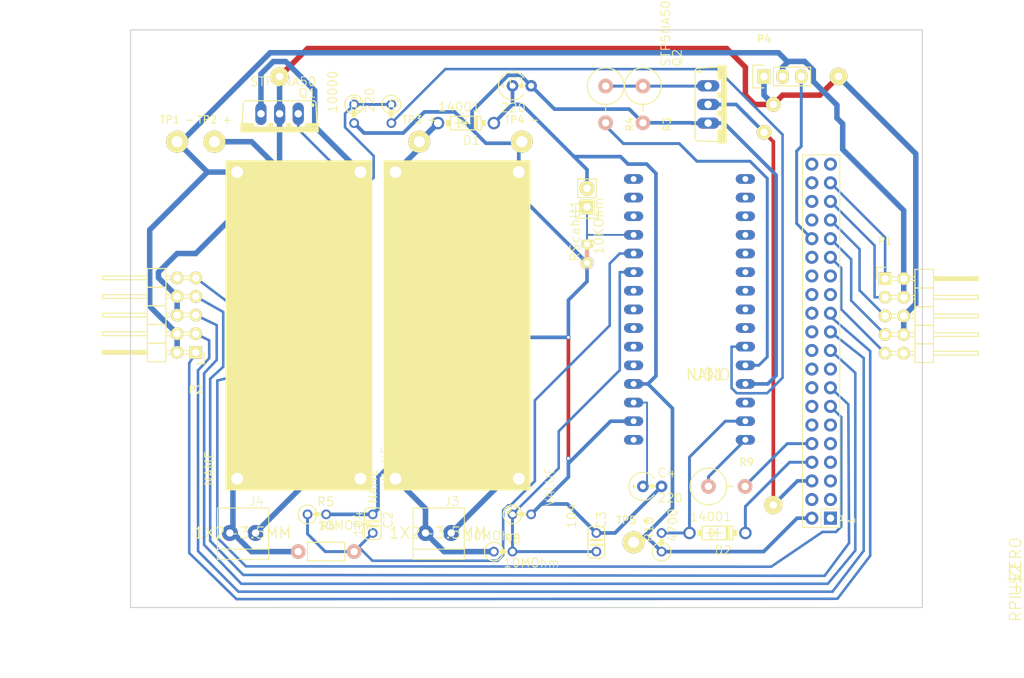
<source format=kicad_pcb>
(kicad_pcb (version 4) (host pcbnew 4.0.2-stable)

  (general
    (links 77)
    (no_connects 0)
    (area 100.254999 65.964999 208.355001 144.855001)
    (thickness 1.6)
    (drawings 6)
    (tracks 295)
    (zones 0)
    (modules 39)
    (nets 81)
  )

  (page A4)
  (layers
    (0 Top signal)
    (31 Bottom signal)
    (32 B.Adhes user)
    (33 F.Adhes user)
    (34 B.Paste user)
    (35 F.Paste user)
    (36 B.SilkS user)
    (37 F.SilkS user)
    (38 B.Mask user)
    (39 F.Mask user)
    (40 Dwgs.User user)
    (41 Cmts.User user)
    (42 Eco1.User user)
    (43 Eco2.User user)
    (44 Edge.Cuts user)
    (45 Margin user)
    (46 B.CrtYd user)
    (47 F.CrtYd user)
    (48 B.Fab user)
    (49 F.Fab user)
  )

  (setup
    (last_trace_width 0.35)
    (trace_clearance 0.4)
    (zone_clearance 0.508)
    (zone_45_only yes)
    (trace_min 0.2)
    (segment_width 0.2)
    (edge_width 0.15)
    (via_size 0.6)
    (via_drill 0.4)
    (via_min_size 0.4)
    (via_min_drill 0.3)
    (uvia_size 0.3)
    (uvia_drill 0.1)
    (uvias_allowed no)
    (uvia_min_size 0.2)
    (uvia_min_drill 0.1)
    (pcb_text_width 0.3)
    (pcb_text_size 1.5 1.5)
    (mod_edge_width 0.15)
    (mod_text_size 1 1)
    (mod_text_width 0.15)
    (pad_size 2 2)
    (pad_drill 1)
    (pad_to_mask_clearance 0.2)
    (aux_axis_origin 100.33 66.04)
    (visible_elements 7FFFFFFF)
    (pcbplotparams
      (layerselection 0x00000_80000000)
      (usegerberextensions false)
      (excludeedgelayer true)
      (linewidth 0.100000)
      (plotframeref false)
      (viasonmask false)
      (mode 1)
      (useauxorigin false)
      (hpglpennumber 1)
      (hpglpenspeed 20)
      (hpglpendiameter 15)
      (hpglpenoverlay 2)
      (psnegative false)
      (psa4output false)
      (plotreference true)
      (plotvalue true)
      (plotinvisibletext false)
      (padsonsilk false)
      (subtractmaskfromsilk false)
      (outputformat 2)
      (mirror true)
      (drillshape 1)
      (scaleselection 1)
      (outputdirectory eagle/))
  )

  (net 0 "")
  (net 1 GND)
  (net 2 /5V0@1)
  (net 3 /N$4)
  (net 4 /N$14)
  (net 5 /N$20)
  (net 6 /N$1)
  (net 7 /N$17)
  (net 8 /N$16)
  (net 9 /N$3)
  (net 10 /N$5)
  (net 11 /N$12)
  (net 12 /N$11)
  (net 13 /N$10)
  (net 14 /N$6)
  (net 15 "Net-(P1-Pad1)")
  (net 16 "Net-(P1-Pad3)")
  (net 17 "Net-(P1-Pad5)")
  (net 18 /GND_M~)
  (net 19 "Net-(P1-Pad7)")
  (net 20 "Net-(P1-Pad9)")
  (net 21 "Net-(P1-Pad10)")
  (net 22 /N$8)
  (net 23 /N$13)
  (net 24 /N$2)
  (net 25 /N$7)
  (net 26 /N$15)
  (net 27 /N$18)
  (net 28 "Net-(U$1-PadRST1)")
  (net 29 "Net-(U$1-PadD4)")
  (net 30 "Net-(U$1-PadD5)")
  (net 31 "Net-(U$1-PadD6)")
  (net 32 "Net-(U$1-PadD7)")
  (net 33 "Net-(U$1-PadD8)")
  (net 34 "Net-(U$1-PadD9)")
  (net 35 "Net-(U$1-PadRAW)")
  (net 36 "Net-(U$1-PadA3)")
  (net 37 "Net-(U$1-PadD13)")
  (net 38 "Net-(U$1-PadD12)")
  (net 39 "Net-(U$1-PadD11)")
  (net 40 "Net-(U$1-PadD10)")
  (net 41 "Net-(U$1-Pad3.3V)")
  (net 42 "Net-(U$1-PadAREF)")
  (net 43 "Net-(U$1-PadA4)")
  (net 44 "Net-(U$1-PadA5)")
  (net 45 "Net-(U$1-PadA6)")
  (net 46 "Net-(U$1-PadA7)")
  (net 47 "Net-(U$2-Pad1)")
  (net 48 "Net-(U$2-Pad3)")
  (net 49 "Net-(U$2-Pad4)")
  (net 50 "Net-(U$2-Pad5)")
  (net 51 "Net-(U$2-Pad7)")
  (net 52 "Net-(U$2-Pad9)")
  (net 53 "Net-(U$2-Pad11)")
  (net 54 "Net-(U$2-Pad12)")
  (net 55 "Net-(U$2-Pad14)")
  (net 56 "Net-(U$2-Pad16)")
  (net 57 "Net-(U$2-Pad17)")
  (net 58 "Net-(U$2-Pad18)")
  (net 59 "Net-(U$2-Pad20)")
  (net 60 "Net-(U$2-Pad22)")
  (net 61 "Net-(U$2-Pad24)")
  (net 62 "Net-(U$2-Pad25)")
  (net 63 "Net-(U$2-Pad26)")
  (net 64 "Net-(U$2-Pad27)")
  (net 65 "Net-(U$2-Pad28)")
  (net 66 "Net-(U$2-Pad30)")
  (net 67 "Net-(U$2-Pad34)")
  (net 68 "Net-(U$2-Pad36)")
  (net 69 "Net-(U$2-Pad38)")
  (net 70 "Net-(U$2-Pad39)")
  (net 71 "Net-(U$2-Pad40)")
  (net 72 "Net-(P2-Pad1)")
  (net 73 "Net-(P2-Pad3)")
  (net 74 "Net-(P2-Pad5)")
  (net 75 "Net-(P2-Pad7)")
  (net 76 "Net-(P2-Pad9)")
  (net 77 "Net-(P2-Pad10)")
  (net 78 "Net-(P3-Pad1)")
  (net 79 "Net-(P4-Pad3)")
  (net 80 /N$9)

  (net_class Default "Dies ist die voreingestellte Netzklasse."
    (clearance 0.4)
    (trace_width 0.35)
    (via_dia 0.6)
    (via_drill 0.4)
    (uvia_dia 0.3)
    (uvia_drill 0.1)
    (add_net /N$14)
    (add_net /N$15)
    (add_net /N$16)
    (add_net /N$17)
    (add_net /N$18)
    (add_net /N$2)
    (add_net /N$20)
    (add_net /N$4)
    (add_net /N$7)
    (add_net /N$8)
    (add_net /N$9)
    (add_net "Net-(P1-Pad1)")
    (add_net "Net-(P1-Pad10)")
    (add_net "Net-(P1-Pad3)")
    (add_net "Net-(P1-Pad5)")
    (add_net "Net-(P1-Pad7)")
    (add_net "Net-(P1-Pad9)")
    (add_net "Net-(P2-Pad1)")
    (add_net "Net-(P2-Pad10)")
    (add_net "Net-(P2-Pad3)")
    (add_net "Net-(P2-Pad5)")
    (add_net "Net-(P2-Pad7)")
    (add_net "Net-(P2-Pad9)")
    (add_net "Net-(P3-Pad1)")
    (add_net "Net-(P4-Pad3)")
    (add_net "Net-(U$1-Pad3.3V)")
    (add_net "Net-(U$1-PadA3)")
    (add_net "Net-(U$1-PadA4)")
    (add_net "Net-(U$1-PadA5)")
    (add_net "Net-(U$1-PadA6)")
    (add_net "Net-(U$1-PadA7)")
    (add_net "Net-(U$1-PadAREF)")
    (add_net "Net-(U$1-PadD10)")
    (add_net "Net-(U$1-PadD11)")
    (add_net "Net-(U$1-PadD12)")
    (add_net "Net-(U$1-PadD13)")
    (add_net "Net-(U$1-PadD4)")
    (add_net "Net-(U$1-PadD5)")
    (add_net "Net-(U$1-PadD6)")
    (add_net "Net-(U$1-PadD7)")
    (add_net "Net-(U$1-PadD8)")
    (add_net "Net-(U$1-PadD9)")
    (add_net "Net-(U$1-PadRAW)")
    (add_net "Net-(U$1-PadRST1)")
    (add_net "Net-(U$2-Pad1)")
    (add_net "Net-(U$2-Pad11)")
    (add_net "Net-(U$2-Pad12)")
    (add_net "Net-(U$2-Pad14)")
    (add_net "Net-(U$2-Pad16)")
    (add_net "Net-(U$2-Pad17)")
    (add_net "Net-(U$2-Pad18)")
    (add_net "Net-(U$2-Pad20)")
    (add_net "Net-(U$2-Pad22)")
    (add_net "Net-(U$2-Pad24)")
    (add_net "Net-(U$2-Pad25)")
    (add_net "Net-(U$2-Pad26)")
    (add_net "Net-(U$2-Pad27)")
    (add_net "Net-(U$2-Pad28)")
    (add_net "Net-(U$2-Pad3)")
    (add_net "Net-(U$2-Pad30)")
    (add_net "Net-(U$2-Pad34)")
    (add_net "Net-(U$2-Pad36)")
    (add_net "Net-(U$2-Pad38)")
    (add_net "Net-(U$2-Pad39)")
    (add_net "Net-(U$2-Pad4)")
    (add_net "Net-(U$2-Pad40)")
    (add_net "Net-(U$2-Pad5)")
    (add_net "Net-(U$2-Pad7)")
    (add_net "Net-(U$2-Pad9)")
  )

  (net_class %V ""
    (clearance 0.39)
    (trace_width 0.5)
    (via_dia 0.6)
    (via_drill 0.4)
    (uvia_dia 0.3)
    (uvia_drill 0.1)
    (add_net /5V0@1)
  )

  (net_class 3V ""
    (clearance 0.39)
    (trace_width 0.75)
    (via_dia 0.6)
    (via_drill 0.4)
    (uvia_dia 0.3)
    (uvia_drill 0.1)
    (add_net /N$1)
    (add_net /N$11)
    (add_net /N$3)
    (add_net /N$6)
  )

  (net_class GND ""
    (clearance 0.39)
    (trace_width 0.5)
    (via_dia 0.6)
    (via_drill 0.4)
    (uvia_dia 0.3)
    (uvia_drill 0.1)
    (add_net /GND_M~)
    (add_net GND)
  )

  (net_class GND3A ""
    (clearance 0.39)
    (trace_width 0.75)
    (via_dia 0.6)
    (via_drill 0.4)
    (uvia_dia 0.3)
    (uvia_drill 0.1)
    (add_net /N$10)
    (add_net /N$12)
    (add_net /N$13)
    (add_net /N$5)
  )

  (module RASPBERRYPI_BASTELSTUBE_V13_RASPI_BOARD_B+_FULL (layer Top) (tedit 0) (tstamp 57939C75)
    (at 220.98 140.97 90)
    (descr "Raspberry Pi board model B+, full outline with position of big connectors &amp; drill holes")
    (path /5793AD27)
    (fp_text reference U$2 (at 0 0 90) (layer F.SilkS)
      (effects (font (thickness 0.15)))
    )
    (fp_text value RPI-ZERO (at 0 0 90) (layer F.SilkS)
      (effects (font (thickness 0.15)))
    )
    (fp_circle (center 3.5 -3.5) (end 6.6 -3.5) (layer Dwgs.User) (width 0.127))
    (fp_circle (center 61.5 -3.5) (end 64.6 -3.5) (layer Dwgs.User) (width 0.127))
    (fp_circle (center 61.5 -26.5) (end 64.6 -26.5) (layer Dwgs.User) (width 0.127))
    (fp_circle (center 3.5 -26.5) (end 6.6 -26.5) (layer Dwgs.User) (width 0.127))
    (fp_arc (start 3 -3) (end 0 -3) (angle -90) (layer Dwgs.User) (width 0.254))
    (fp_line (start 3 0) (end 6.85 0) (layer Dwgs.User) (width 0.254))
    (fp_line (start 6.85 0) (end 14.35 0) (layer Dwgs.User) (width 0.254))
    (fp_line (start 14.35 0) (end 62 0) (layer Dwgs.User) (width 0.254))
    (fp_arc (start 62 -3) (end 62 0) (angle -90) (layer Dwgs.User) (width 0.254))
    (fp_line (start 65 -3) (end 65 -27) (layer Dwgs.User) (width 0.254))
    (fp_arc (start 62 -27) (end 65 -27) (angle -90) (layer Dwgs.User) (width 0.254))
    (fp_line (start 62 -30) (end 3 -30) (layer Dwgs.User) (width 0.254))
    (fp_arc (start 3 -27) (end 3 -30) (angle -90) (layer Dwgs.User) (width 0.254))
    (fp_line (start 0 -27) (end 0 -3) (layer Dwgs.User) (width 0.254))
    (fp_line (start 7.1 -29.04) (end 7.1 -26.5) (layer F.SilkS) (width 0.127))
    (fp_line (start 7.1 -26.5) (end 7.1 -23.96) (layer F.SilkS) (width 0.127))
    (fp_line (start 7.1 -23.96) (end 8.0525 -23.96) (layer F.SilkS) (width 0.127))
    (fp_line (start 8.0525 -23.96) (end 8.6875 -23.96) (layer F.SilkS) (width 0.127))
    (fp_line (start 8.6875 -23.96) (end 9.64 -23.96) (layer F.SilkS) (width 0.127))
    (fp_line (start 9.64 -23.96) (end 57.9 -23.96) (layer F.SilkS) (width 0.127))
    (fp_line (start 57.9 -23.96) (end 57.9 -29.04) (layer F.SilkS) (width 0.127))
    (fp_line (start 57.9 -29.04) (end 7.1 -29.04) (layer F.SilkS) (width 0.127))
    (fp_line (start 7.1 -26.5) (end 9.64 -26.5) (layer F.SilkS) (width 0.127))
    (fp_line (start 9.64 -26.5) (end 9.64 -23.96) (layer F.SilkS) (width 0.127))
    (fp_line (start 8.0525 -23.96) (end 8.0525 -23.6425) (layer F.SilkS) (width 0.127))
    (fp_line (start 8.0525 -23.6425) (end 8.6875 -23.6425) (layer F.SilkS) (width 0.127))
    (fp_line (start 8.6875 -23.6425) (end 8.6875 -23.96) (layer F.SilkS) (width 0.127))
    (fp_line (start 6.85 0) (end 6.85 -5.75) (layer Dwgs.User) (width 0.127))
    (fp_line (start 6.85 -5.75) (end 14.35 -5.75) (layer Dwgs.User) (width 0.127))
    (fp_line (start 14.35 -5.75) (end 14.35 0) (layer Dwgs.User) (width 0.127))
    (fp_line (start 6.85 0) (end 6.6 0.5) (layer Dwgs.User) (width 0.127))
    (fp_line (start 6.6 0.5) (end 14.6 0.5) (layer Dwgs.User) (width 0.127))
    (fp_line (start 14.6 0.5) (end 14.35 0) (layer Dwgs.User) (width 0.127))
    (fp_text user 1 (at 8.0525 -22.3725 90) (layer F.SilkS)
      (effects (font (size 0.9652 0.9652) (thickness 0.1016)))
    )
    (fp_line (start 36.9 0) (end 37.75 0) (layer Dwgs.User) (width 0.254))
    (fp_line (start 37.75 0) (end 45.25 0) (layer Dwgs.User) (width 0.254))
    (fp_line (start 37.75 0) (end 37.75 -5.75) (layer Dwgs.User) (width 0.127))
    (fp_line (start 37.75 -5.75) (end 45.25 -5.75) (layer Dwgs.User) (width 0.127))
    (fp_line (start 45.25 -5.75) (end 45.25 0) (layer Dwgs.User) (width 0.127))
    (fp_line (start 37.75 0) (end 37.5 0.5) (layer Dwgs.User) (width 0.127))
    (fp_line (start 37.5 0.5) (end 45.5 0.5) (layer Dwgs.User) (width 0.127))
    (fp_line (start 45.5 0.5) (end 45.25 0) (layer Dwgs.User) (width 0.127))
    (fp_line (start 49.5 0) (end 50.35 0) (layer Dwgs.User) (width 0.254))
    (fp_line (start 50.35 0) (end 57.85 0) (layer Dwgs.User) (width 0.254))
    (fp_line (start 50.35 0) (end 50.35 -5.75) (layer Dwgs.User) (width 0.127))
    (fp_line (start 50.35 -5.75) (end 57.85 -5.75) (layer Dwgs.User) (width 0.127))
    (fp_line (start 57.85 -5.75) (end 57.85 0) (layer Dwgs.User) (width 0.127))
    (fp_line (start 50.35 0) (end 50.1 0.5) (layer Dwgs.User) (width 0.127))
    (fp_line (start 50.1 0.5) (end 58.1 0.5) (layer Dwgs.User) (width 0.127))
    (fp_line (start 58.1 0.5) (end 57.85 0) (layer Dwgs.User) (width 0.127))
    (pad 1 thru_hole rect (at 8.37 -25.23 90) (size 1.778 1.778) (drill 1) (layers *.Cu *.Mask)
      (net 47 "Net-(U$2-Pad1)"))
    (pad 2 thru_hole circle (at 8.37 -27.77 90) (size 1.778 1.778) (drill 1) (layers *.Cu *.Mask)
      (net 2 /5V0@1))
    (pad 3 thru_hole circle (at 10.91 -25.23 90) (size 1.778 1.778) (drill 1) (layers *.Cu *.Mask)
      (net 48 "Net-(U$2-Pad3)"))
    (pad 4 thru_hole circle (at 10.91 -27.77 90) (size 1.778 1.778) (drill 1) (layers *.Cu *.Mask)
      (net 49 "Net-(U$2-Pad4)"))
    (pad 5 thru_hole circle (at 13.45 -25.23 90) (size 1.778 1.778) (drill 1) (layers *.Cu *.Mask)
      (net 50 "Net-(U$2-Pad5)"))
    (pad 6 thru_hole circle (at 13.45 -27.77 90) (size 1.778 1.778) (drill 1) (layers *.Cu *.Mask)
      (net 18 /GND_M~))
    (pad 7 thru_hole circle (at 15.99 -25.23 90) (size 1.778 1.778) (drill 1) (layers *.Cu *.Mask)
      (net 51 "Net-(U$2-Pad7)"))
    (pad 8 thru_hole circle (at 15.99 -27.77 90) (size 1.778 1.778) (drill 1) (layers *.Cu *.Mask)
      (net 7 /N$17))
    (pad 9 thru_hole circle (at 18.53 -25.23 90) (size 1.778 1.778) (drill 1) (layers *.Cu *.Mask)
      (net 52 "Net-(U$2-Pad9)"))
    (pad 10 thru_hole circle (at 18.53 -27.77 90) (size 1.778 1.778) (drill 1) (layers *.Cu *.Mask)
      (net 27 /N$18))
    (pad 11 thru_hole circle (at 21.07 -25.23 90) (size 1.778 1.778) (drill 1) (layers *.Cu *.Mask)
      (net 53 "Net-(U$2-Pad11)"))
    (pad 12 thru_hole circle (at 21.07 -27.77 90) (size 1.778 1.778) (drill 1) (layers *.Cu *.Mask)
      (net 54 "Net-(U$2-Pad12)"))
    (pad 13 thru_hole circle (at 23.61 -25.23 90) (size 1.778 1.778) (drill 1) (layers *.Cu *.Mask)
      (net 76 "Net-(P2-Pad9)"))
    (pad 14 thru_hole circle (at 23.61 -27.77 90) (size 1.778 1.778) (drill 1) (layers *.Cu *.Mask)
      (net 55 "Net-(U$2-Pad14)"))
    (pad 15 thru_hole circle (at 26.15 -25.23 90) (size 1.778 1.778) (drill 1) (layers *.Cu *.Mask)
      (net 75 "Net-(P2-Pad7)"))
    (pad 16 thru_hole circle (at 26.15 -27.77 90) (size 1.778 1.778) (drill 1) (layers *.Cu *.Mask)
      (net 56 "Net-(U$2-Pad16)"))
    (pad 17 thru_hole circle (at 28.69 -25.23 90) (size 1.778 1.778) (drill 1) (layers *.Cu *.Mask)
      (net 57 "Net-(U$2-Pad17)"))
    (pad 18 thru_hole circle (at 28.69 -27.77 90) (size 1.778 1.778) (drill 1) (layers *.Cu *.Mask)
      (net 58 "Net-(U$2-Pad18)"))
    (pad 19 thru_hole circle (at 31.23 -25.23 90) (size 1.778 1.778) (drill 1) (layers *.Cu *.Mask)
      (net 74 "Net-(P2-Pad5)"))
    (pad 20 thru_hole circle (at 31.23 -27.77 90) (size 1.778 1.778) (drill 1) (layers *.Cu *.Mask)
      (net 59 "Net-(U$2-Pad20)"))
    (pad 21 thru_hole circle (at 33.77 -25.23 90) (size 1.778 1.778) (drill 1) (layers *.Cu *.Mask)
      (net 73 "Net-(P2-Pad3)"))
    (pad 22 thru_hole circle (at 33.77 -27.77 90) (size 1.778 1.778) (drill 1) (layers *.Cu *.Mask)
      (net 60 "Net-(U$2-Pad22)"))
    (pad 23 thru_hole circle (at 36.31 -25.23 90) (size 1.778 1.778) (drill 1) (layers *.Cu *.Mask)
      (net 72 "Net-(P2-Pad1)"))
    (pad 24 thru_hole circle (at 36.31 -27.77 90) (size 1.778 1.778) (drill 1) (layers *.Cu *.Mask)
      (net 61 "Net-(U$2-Pad24)"))
    (pad 25 thru_hole circle (at 38.85 -25.23 90) (size 1.778 1.778) (drill 1) (layers *.Cu *.Mask)
      (net 62 "Net-(U$2-Pad25)"))
    (pad 26 thru_hole circle (at 38.85 -27.77 90) (size 1.778 1.778) (drill 1) (layers *.Cu *.Mask)
      (net 63 "Net-(U$2-Pad26)"))
    (pad 27 thru_hole circle (at 41.39 -25.23 90) (size 1.778 1.778) (drill 1) (layers *.Cu *.Mask)
      (net 64 "Net-(U$2-Pad27)"))
    (pad 28 thru_hole circle (at 41.39 -27.77 90) (size 1.778 1.778) (drill 1) (layers *.Cu *.Mask)
      (net 65 "Net-(U$2-Pad28)"))
    (pad 29 thru_hole circle (at 43.93 -25.23 90) (size 1.778 1.778) (drill 1) (layers *.Cu *.Mask)
      (net 20 "Net-(P1-Pad9)"))
    (pad 30 thru_hole circle (at 43.93 -27.77 90) (size 1.778 1.778) (drill 1) (layers *.Cu *.Mask)
      (net 66 "Net-(U$2-Pad30)"))
    (pad 31 thru_hole circle (at 46.47 -25.23 90) (size 1.778 1.778) (drill 1) (layers *.Cu *.Mask)
      (net 19 "Net-(P1-Pad7)"))
    (pad 32 thru_hole circle (at 46.47 -27.77 90) (size 1.778 1.778) (drill 1) (layers *.Cu *.Mask)
      (net 79 "Net-(P4-Pad3)"))
    (pad 33 thru_hole circle (at 49.01 -25.23 90) (size 1.778 1.778) (drill 1) (layers *.Cu *.Mask)
      (net 17 "Net-(P1-Pad5)"))
    (pad 34 thru_hole circle (at 49.01 -27.77 90) (size 1.778 1.778) (drill 1) (layers *.Cu *.Mask)
      (net 67 "Net-(U$2-Pad34)"))
    (pad 35 thru_hole circle (at 51.55 -25.23 90) (size 1.778 1.778) (drill 1) (layers *.Cu *.Mask)
      (net 16 "Net-(P1-Pad3)"))
    (pad 36 thru_hole circle (at 51.55 -27.77 90) (size 1.778 1.778) (drill 1) (layers *.Cu *.Mask)
      (net 68 "Net-(U$2-Pad36)"))
    (pad 37 thru_hole circle (at 54.09 -25.23 90) (size 1.778 1.778) (drill 1) (layers *.Cu *.Mask)
      (net 15 "Net-(P1-Pad1)"))
    (pad 38 thru_hole circle (at 54.09 -27.77 90) (size 1.778 1.778) (drill 1) (layers *.Cu *.Mask)
      (net 69 "Net-(U$2-Pad38)"))
    (pad 39 thru_hole circle (at 56.63 -25.23 90) (size 1.778 1.778) (drill 1) (layers *.Cu *.Mask)
      (net 70 "Net-(U$2-Pad39)"))
    (pad 40 thru_hole circle (at 56.63 -27.77 90) (size 1.778 1.778) (drill 1) (layers *.Cu *.Mask)
      (net 71 "Net-(U$2-Pad40)"))
    (pad "" np_thru_hole circle (at 3.5 -3.5 90) (size 2.75 2.75) (drill 2.75) (layers *.Cu))
    (pad "" np_thru_hole circle (at 3.5 -26.5 90) (size 2.75 2.75) (drill 2.75) (layers *.Cu))
    (pad "" np_thru_hole circle (at 61.5 -3.5 90) (size 2.75 2.75) (drill 2.75) (layers *.Cu))
    (pad "" np_thru_hole circle (at 61.5 -26.5 90) (size 2.75 2.75) (drill 2.75) (layers *.Cu))
  )

  (module Resistors_ThroughHole:Resistor_Vertical_RM5mm (layer Top) (tedit 0) (tstamp 57939C44)
    (at 165.1 76.2 270)
    (descr "Resistor, Vertical, RM 5mm, 1/3W,")
    (tags "Resistor, Vertical, RM 5mm, 1/3W,")
    (path /5793A6E7)
    (fp_text reference R4 (at 2.70002 -3.29946 270) (layer F.SilkS)
      (effects (font (size 1 1) (thickness 0.15)))
    )
    (fp_text value 220 (at 0 4.50088 270) (layer F.Fab)
      (effects (font (size 1 1) (thickness 0.15)))
    )
    (fp_line (start -0.09906 0) (end 0.9017 0) (layer F.SilkS) (width 0.15))
    (fp_circle (center -2.49936 0) (end 0 0) (layer F.SilkS) (width 0.15))
    (pad 1 thru_hole circle (at -2.49936 0 270) (size 1.99898 1.99898) (drill 1.00076) (layers *.Cu *.SilkS *.Mask)
      (net 24 /N$2))
    (pad 2 thru_hole circle (at 2.5019 0 270) (size 1.99898 1.99898) (drill 1.00076) (layers *.Cu *.SilkS *.Mask)
      (net 80 /N$9))
  )

  (module NANO (layer Top) (tedit 0) (tstamp 57939C4E)
    (at 179.07 113.03)
    (path /5793AC5F)
    (fp_text reference U$1 (at 0 0) (layer F.SilkS)
      (effects (font (thickness 0.15)))
    )
    (fp_text value NANO (at 0 0) (layer F.SilkS)
      (effects (font (thickness 0.15)))
    )
    (pad TX0 thru_hole oval (at 5.08 8.89) (size 2.616 1.308) (drill 0.8) (layers *.Cu *.Mask)
      (net 26 /N$15))
    (pad RX1 thru_hole oval (at 5.08 6.35) (size 2.616 1.308) (drill 0.8) (layers *.Cu *.Mask)
      (net 8 /N$16))
    (pad RST1 thru_hole oval (at 5.08 3.81) (size 2.616 1.308) (drill 0.8) (layers *.Cu *.Mask)
      (net 28 "Net-(U$1-PadRST1)"))
    (pad GND1 thru_hole oval (at 5.08 1.27) (size 2.616 1.308) (drill 0.8) (layers *.Cu *.Mask)
      (net 1 GND))
    (pad D2 thru_hole oval (at 5.08 -1.27) (size 2.616 1.308) (drill 0.8) (layers *.Cu *.Mask)
      (net 80 /N$9))
    (pad D3 thru_hole oval (at 5.08 -3.81) (size 2.616 1.308) (drill 0.8) (layers *.Cu *.Mask)
      (net 25 /N$7))
    (pad D4 thru_hole oval (at 5.08 -6.35) (size 2.616 1.308) (drill 0.8) (layers *.Cu *.Mask)
      (net 29 "Net-(U$1-PadD4)"))
    (pad D5 thru_hole oval (at 5.08 -8.89) (size 2.616 1.308) (drill 0.8) (layers *.Cu *.Mask)
      (net 30 "Net-(U$1-PadD5)"))
    (pad D6 thru_hole oval (at 5.08 -11.43) (size 2.616 1.308) (drill 0.8) (layers *.Cu *.Mask)
      (net 31 "Net-(U$1-PadD6)"))
    (pad D7 thru_hole oval (at 5.08 -13.97) (size 2.616 1.308) (drill 0.8) (layers *.Cu *.Mask)
      (net 32 "Net-(U$1-PadD7)"))
    (pad D8 thru_hole oval (at 5.08 -16.51) (size 2.616 1.308) (drill 0.8) (layers *.Cu *.Mask)
      (net 33 "Net-(U$1-PadD8)"))
    (pad D9 thru_hole oval (at 5.08 -19.05) (size 2.616 1.308) (drill 0.8) (layers *.Cu *.Mask)
      (net 34 "Net-(U$1-PadD9)"))
    (pad RAW thru_hole oval (at -10.16 8.89) (size 2.616 1.308) (drill 0.8) (layers *.Cu *.Mask)
      (net 35 "Net-(U$1-PadRAW)"))
    (pad GND thru_hole oval (at -10.16 6.35) (size 2.616 1.308) (drill 0.8) (layers *.Cu *.Mask)
      (net 1 GND))
    (pad RST thru_hole oval (at -10.16 3.81) (size 2.616 1.308) (drill 0.8) (layers *.Cu *.Mask)
      (net 5 /N$20))
    (pad A3 thru_hole oval (at -10.16 -11.43) (size 2.616 1.308) (drill 0.8) (layers *.Cu *.Mask)
      (net 36 "Net-(U$1-PadA3)"))
    (pad A2 thru_hole oval (at -10.16 -13.97) (size 2.616 1.308) (drill 0.8) (layers *.Cu *.Mask)
      (net 4 /N$14))
    (pad A1 thru_hole oval (at -10.16 -16.51) (size 2.616 1.308) (drill 0.8) (layers *.Cu *.Mask)
      (net 3 /N$4))
    (pad A0 thru_hole oval (at -10.16 -19.05) (size 2.616 1.308) (drill 0.8) (layers *.Cu *.Mask)
      (net 78 "Net-(P3-Pad1)"))
    (pad D13 thru_hole oval (at -10.16 -26.67) (size 2.616 1.308) (drill 0.8) (layers *.Cu *.Mask)
      (net 37 "Net-(U$1-PadD13)"))
    (pad D12 thru_hole oval (at 5.08 -26.67) (size 2.616 1.308) (drill 0.8) (layers *.Cu *.Mask)
      (net 38 "Net-(U$1-PadD12)"))
    (pad D11 thru_hole oval (at 5.08 -24.13) (size 2.616 1.308) (drill 0.8) (layers *.Cu *.Mask)
      (net 39 "Net-(U$1-PadD11)"))
    (pad D10 thru_hole oval (at 5.08 -21.59) (size 2.616 1.308) (drill 0.8) (layers *.Cu *.Mask)
      (net 40 "Net-(U$1-PadD10)"))
    (pad 3.3V thru_hole oval (at -10.16 -24.13 180) (size 2.616 1.308) (drill 0.8) (layers *.Cu *.Mask)
      (net 41 "Net-(U$1-Pad3.3V)"))
    (pad AREF thru_hole oval (at -10.16 -21.59 180) (size 2.616 1.308) (drill 0.8) (layers *.Cu *.Mask)
      (net 42 "Net-(U$1-PadAREF)"))
    (pad 5V thru_hole oval (at -10.16 1.27) (size 2.616 1.308) (drill 0.8) (layers *.Cu *.Mask)
      (net 2 /5V0@1))
    (pad A4 thru_hole oval (at -10.16 -8.89 180) (size 2.616 1.308) (drill 0.8) (layers *.Cu *.Mask)
      (net 43 "Net-(U$1-PadA4)"))
    (pad A5 thru_hole oval (at -10.16 -6.35 180) (size 2.616 1.308) (drill 0.8) (layers *.Cu *.Mask)
      (net 44 "Net-(U$1-PadA5)"))
    (pad A6 thru_hole oval (at -10.16 -3.81 180) (size 2.616 1.308) (drill 0.8) (layers *.Cu *.Mask)
      (net 45 "Net-(U$1-PadA6)"))
    (pad A7 thru_hole oval (at -10.16 -1.27 180) (size 2.616 1.308) (drill 0.8) (layers *.Cu *.Mask)
      (net 46 "Net-(U$1-PadA7)"))
  )

  (module TO220BV (layer Top) (tedit 0) (tstamp 57939C12)
    (at 181.61 76.2 270)
    (descr "<b>Molded Package</b><p>\ngrid 2.54 mm")
    (path /5793A3C7)
    (fp_text reference Q2 (at -5.08 6.0452 270) (layer F.SilkS)
      (effects (font (size 1.2065 1.2065) (thickness 0.127)) (justify left bottom))
    )
    (fp_text value STP5NA50 (at -5.08 7.62 270) (layer F.SilkS)
      (effects (font (size 1.2065 1.2065) (thickness 0.127)) (justify left bottom))
    )
    (fp_line (start 4.699 4.318) (end 4.953 4.064) (layer F.SilkS) (width 0.1524))
    (fp_line (start 4.699 4.318) (end -4.699 4.318) (layer F.SilkS) (width 0.1524))
    (fp_line (start -4.953 4.064) (end -4.699 4.318) (layer F.SilkS) (width 0.1524))
    (fp_line (start 5.08 1.143) (end 4.953 4.064) (layer F.SilkS) (width 0.1524))
    (fp_line (start -4.953 4.064) (end -5.08 1.143) (layer F.SilkS) (width 0.1524))
    (fp_circle (center -4.4958 3.7084) (end -4.2418 3.7084) (layer F.SilkS) (width 0))
    (fp_poly (pts (xy -5.334 0.762) (xy 5.334 0.762) (xy 5.334 0) (xy -5.334 0)) (layer F.SilkS) (width 0))
    (fp_poly (pts (xy -5.334 1.27) (xy -3.429 1.27) (xy -3.429 0.762) (xy -5.334 0.762)) (layer F.SilkS) (width 0))
    (fp_poly (pts (xy -1.651 1.27) (xy -0.889 1.27) (xy -0.889 0.762) (xy -1.651 0.762)) (layer F.SilkS) (width 0))
    (fp_poly (pts (xy -3.429 1.27) (xy -1.651 1.27) (xy -1.651 0.762) (xy -3.429 0.762)) (layer Dwgs.User) (width 0))
    (fp_poly (pts (xy 0.889 1.27) (xy 1.651 1.27) (xy 1.651 0.762) (xy 0.889 0.762)) (layer F.SilkS) (width 0))
    (fp_poly (pts (xy 3.429 1.27) (xy 5.334 1.27) (xy 5.334 0.762) (xy 3.429 0.762)) (layer F.SilkS) (width 0))
    (fp_poly (pts (xy -0.889 1.27) (xy 0.889 1.27) (xy 0.889 0.762) (xy -0.889 0.762)) (layer Dwgs.User) (width 0))
    (fp_poly (pts (xy 1.651 1.27) (xy 3.429 1.27) (xy 3.429 0.762) (xy 1.651 0.762)) (layer Dwgs.User) (width 0))
    (pad G thru_hole oval (at -2.54 2.54) (size 3.048 1.524) (drill 1.016) (layers *.Cu *.Mask)
      (net 24 /N$2))
    (pad D thru_hole oval (at 0 2.54) (size 3.048 1.524) (drill 1.016) (layers *.Cu *.Mask)
      (net 18 /GND_M~))
    (pad S thru_hole oval (at 2.54 2.54) (size 3.048 1.524) (drill 1.016) (layers *.Cu *.Mask)
      (net 1 GND))
  )

  (module E2,5RE (layer Top) (tedit 0) (tstamp 57939BD2)
    (at 153.67 73.66)
    (descr "<b>ELECTROLYTIC CAPACITOR</b><p>\ngrid 2.54 mm, diameter 4 mm,")
    (path /57939B93)
    (fp_text reference C1 (at 0.635 -1.143) (layer F.SilkS)
      (effects (font (size 1.2065 1.2065) (thickness 0.127)) (justify right top))
    )
    (fp_text value 220 (at 0.635 2.286) (layer F.SilkS)
      (effects (font (size 1.2065 1.2065) (thickness 0.127)) (justify right top))
    )
    (fp_line (start -0.127 0) (end 0.0762 0) (layer F.SilkS) (width 0.6096))
    (fp_line (start -2.794 0) (end -2.286 0) (layer F.SilkS) (width 0.1524))
    (fp_line (start -2.54 0.254) (end -2.54 -0.254) (layer F.SilkS) (width 0.1524))
    (fp_line (start 1.27 0) (end -1.27 0) (layer Dwgs.User) (width 0.6096))
    (fp_arc (start -1.27 0) (end 0.254 -1.143) (angle -286.260205) (layer F.SilkS) (width 0.1524))
    (fp_arc (start -1.27 0) (end 0.254 1.143) (angle -73.739795) (layer Dwgs.User) (width 0.1524))
    (pad + thru_hole circle (at -1.27 0) (size 1.5748 1.5748) (drill 0.8128) (layers *.Cu *.Mask)
      (net 2 /5V0@1))
    (pad - thru_hole circle (at 1.27 0) (size 1.5748 1.5748) (drill 0.8128) (layers *.Cu *.Mask)
      (net 1 GND))
  )

  (module DO41-7.6 (layer Top) (tedit 0) (tstamp 57939BDD)
    (at 146.05 78.74 180)
    (descr "<b>DO41</b> 7.6mm x 2mm<p>\nSource: http://www.diodes.com/datasheets/ds23001.pdf")
    (path /57939EB3)
    (fp_text reference D1 (at -2.032 -1.651 180) (layer F.SilkS)
      (effects (font (size 1.2065 1.2065) (thickness 0.127)) (justify right top))
    )
    (fp_text value 14001 (at -2.032 2.921 180) (layer F.SilkS)
      (effects (font (size 1.2065 1.2065) (thickness 0.127)) (justify right top))
    )
    (fp_line (start 2.082 0.92) (end -2.082 0.92) (layer F.SilkS) (width 0.1524))
    (fp_line (start 2.082 0.92) (end 2.082 -0.92) (layer F.SilkS) (width 0.1524))
    (fp_line (start -2.082 -0.92) (end 2.082 -0.92) (layer F.SilkS) (width 0.1524))
    (fp_line (start -2.082 -0.92) (end -2.082 0.92) (layer F.SilkS) (width 0.1524))
    (fp_line (start 3.81 0) (end 2.494 0) (layer Dwgs.User) (width 0.85))
    (fp_line (start -3.81 0) (end -2.519 0) (layer Dwgs.User) (width 0.85))
    (fp_line (start -0.635 0) (end 0 0) (layer F.SilkS) (width 0.1524))
    (fp_line (start 1.016 -0.635) (end 1.016 0.635) (layer F.SilkS) (width 0.1524))
    (fp_line (start 1.016 0.635) (end 0 0) (layer F.SilkS) (width 0.1524))
    (fp_line (start 0 0) (end 1.524 0) (layer F.SilkS) (width 0.1524))
    (fp_line (start 0 0) (end 1.016 -0.635) (layer F.SilkS) (width 0.1524))
    (fp_line (start 0 -0.635) (end 0 0) (layer F.SilkS) (width 0.1524))
    (fp_line (start 0 0) (end 0 0.635) (layer F.SilkS) (width 0.1524))
    (fp_poly (pts (xy -1.651 0.95) (xy -1.143 0.95) (xy -1.143 -0.92) (xy -1.651 -0.92)) (layer F.SilkS) (width 0))
    (fp_poly (pts (xy 2.082 0.425) (xy 2.717 0.425) (xy 2.717 -0.425) (xy 2.082 -0.425)) (layer F.SilkS) (width 0))
    (fp_poly (pts (xy -2.717 0.425) (xy -2.082 0.425) (xy -2.082 -0.425) (xy -2.717 -0.425)) (layer F.SilkS) (width 0))
    (pad C thru_hole circle (at -3.81 0 180) (size 1.7 1.7) (drill 1.1) (layers *.Cu *.Mask)
      (net 2 /5V0@1))
    (pad A thru_hole circle (at 3.81 0 180) (size 1.7 1.7) (drill 1.1) (layers *.Cu *.Mask)
      (net 6 /N$1))
  )

  (module TO220BV (layer Top) (tedit 0) (tstamp 57939BFE)
    (at 120.65 80.01 180)
    (descr "<b>Molded Package</b><p>\ngrid 2.54 mm")
    (path /5793A2FF)
    (fp_text reference Q1 (at -5.08 6.0452 180) (layer F.SilkS)
      (effects (font (size 1.2065 1.2065) (thickness 0.127)) (justify right top))
    )
    (fp_text value STP5NA50 (at -5.08 7.62 180) (layer F.SilkS)
      (effects (font (size 1.2065 1.2065) (thickness 0.127)) (justify right top))
    )
    (fp_line (start 4.699 4.318) (end 4.953 4.064) (layer F.SilkS) (width 0.1524))
    (fp_line (start 4.699 4.318) (end -4.699 4.318) (layer F.SilkS) (width 0.1524))
    (fp_line (start -4.953 4.064) (end -4.699 4.318) (layer F.SilkS) (width 0.1524))
    (fp_line (start 5.08 1.143) (end 4.953 4.064) (layer F.SilkS) (width 0.1524))
    (fp_line (start -4.953 4.064) (end -5.08 1.143) (layer F.SilkS) (width 0.1524))
    (fp_circle (center -4.4958 3.7084) (end -4.2418 3.7084) (layer F.SilkS) (width 0))
    (fp_poly (pts (xy -5.334 0.762) (xy 5.334 0.762) (xy 5.334 0) (xy -5.334 0)) (layer F.SilkS) (width 0))
    (fp_poly (pts (xy -5.334 1.27) (xy -3.429 1.27) (xy -3.429 0.762) (xy -5.334 0.762)) (layer F.SilkS) (width 0))
    (fp_poly (pts (xy -1.651 1.27) (xy -0.889 1.27) (xy -0.889 0.762) (xy -1.651 0.762)) (layer F.SilkS) (width 0))
    (fp_poly (pts (xy -3.429 1.27) (xy -1.651 1.27) (xy -1.651 0.762) (xy -3.429 0.762)) (layer Dwgs.User) (width 0))
    (fp_poly (pts (xy 0.889 1.27) (xy 1.651 1.27) (xy 1.651 0.762) (xy 0.889 0.762)) (layer F.SilkS) (width 0))
    (fp_poly (pts (xy 3.429 1.27) (xy 5.334 1.27) (xy 5.334 0.762) (xy 3.429 0.762)) (layer F.SilkS) (width 0))
    (fp_poly (pts (xy -0.889 1.27) (xy 0.889 1.27) (xy 0.889 0.762) (xy -0.889 0.762)) (layer Dwgs.User) (width 0))
    (fp_poly (pts (xy 1.651 1.27) (xy 3.429 1.27) (xy 3.429 0.762) (xy 1.651 0.762)) (layer Dwgs.User) (width 0))
    (pad G thru_hole oval (at -2.54 2.54 270) (size 3.048 1.524) (drill 1.016) (layers *.Cu *.Mask)
      (net 22 /N$8))
    (pad D thru_hole oval (at 0 2.54 270) (size 3.048 1.524) (drill 1.016) (layers *.Cu *.Mask)
      (net 10 /N$5))
    (pad S thru_hole oval (at 2.54 2.54 270) (size 3.048 1.524) (drill 1.016) (layers *.Cu *.Mask)
      (net 23 /N$13))
  )

  (module 0207%2f2V (layer Top) (tedit 0) (tstamp 57939C26)
    (at 135.89 77.47 270)
    (descr "<b>RESISTOR</b><p>\ntype 0207, grid 2.5 mm")
    (path /5793A48F)
    (fp_text reference R1 (at -0.0508 -1.016 270) (layer F.SilkS)
      (effects (font (size 1.2065 1.2065) (thickness 0.127)) (justify left bottom))
    )
    (fp_text value 220 (at -0.0508 2.2352 270) (layer F.SilkS)
      (effects (font (size 1.2065 1.2065) (thickness 0.127)) (justify left bottom))
    )
    (fp_line (start -1.27 0) (end -0.381 0) (layer Dwgs.User) (width 0.6096))
    (fp_line (start -0.254 0) (end 0.254 0) (layer F.SilkS) (width 0.6096))
    (fp_line (start 0.381 0) (end 1.27 0) (layer Dwgs.User) (width 0.6096))
    (fp_circle (center -1.27 0) (end 0 0) (layer F.SilkS) (width 0.1524))
    (fp_circle (center -1.27 0) (end -0.254 0) (layer Dwgs.User) (width 0.1524))
    (pad 1 thru_hole circle (at -1.27 0 270) (size 1.3208 1.3208) (drill 0.8128) (layers *.Cu *.Mask)
      (net 22 /N$8))
    (pad 2 thru_hole circle (at 1.27 0 270) (size 1.3208 1.3208) (drill 0.8128) (layers *.Cu *.Mask)
      (net 25 /N$7))
  )

  (module 0207%2f2V (layer Top) (tedit 0) (tstamp 57939C30)
    (at 130.81 77.47 270)
    (descr "<b>RESISTOR</b><p>\ntype 0207, grid 2.5 mm")
    (path /5793A557)
    (fp_text reference R2 (at -0.0508 -1.016 270) (layer F.SilkS)
      (effects (font (size 1.2065 1.2065) (thickness 0.127)) (justify left bottom))
    )
    (fp_text value 10000 (at -0.0508 2.2352 270) (layer F.SilkS)
      (effects (font (size 1.2065 1.2065) (thickness 0.127)) (justify left bottom))
    )
    (fp_line (start -1.27 0) (end -0.381 0) (layer Dwgs.User) (width 0.6096))
    (fp_line (start -0.254 0) (end 0.254 0) (layer F.SilkS) (width 0.6096))
    (fp_line (start 0.381 0) (end 1.27 0) (layer Dwgs.User) (width 0.6096))
    (fp_circle (center -1.27 0) (end 0 0) (layer F.SilkS) (width 0.1524))
    (fp_circle (center -1.27 0) (end -0.254 0) (layer Dwgs.User) (width 0.1524))
    (pad 1 thru_hole circle (at -1.27 0 270) (size 1.3208 1.3208) (drill 0.8128) (layers *.Cu *.Mask)
      (net 22 /N$8))
    (pad 2 thru_hole circle (at 1.27 0 270) (size 1.3208 1.3208) (drill 0.8128) (layers *.Cu *.Mask)
      (net 1 GND))
  )

  (module CP8-ADJ (layer Top) (tedit 0) (tstamp 57939CD6)
    (at 121.92 105.41 90)
    (path /5793ADEF)
    (fp_text reference U$3 (at 0 0 90) (layer F.SilkS)
      (effects (font (thickness 0.15)))
    )
    (fp_text value CP8-ADJ (at 0 0 90) (layer F.SilkS)
      (effects (font (thickness 0.15)))
    )
    (fp_poly (pts (xy -23.41 -8.65) (xy 21.59 -8.65) (xy 21.59 11.35) (xy -23.41 11.35)) (layer F.SilkS) (width 0))
    (fp_text user NAME (at -22.86 -10.16 90) (layer F.SilkS)
      (effects (font (size 1.2065 1.2065) (thickness 0.1016)) (justify left bottom))
    )
    (fp_text user NAME (at -22.86 -10.16 90) (layer F.SilkS)
      (effects (font (size 1.2065 1.2065) (thickness 0.1016)) (justify left bottom))
    )
    (fp_text user VALUE (at -22.86 13.97 90) (layer F.SilkS)
      (effects (font (size 1.2065 1.2065) (thickness 0.1016)) (justify left bottom))
    )
    (pad IN+ thru_hole circle (at -21.81 -7.05 90) (size 2.4 2.4) (drill 1.6) (layers *.Cu *.Mask)
      (net 14 /N$6))
    (pad IN- thru_hole circle (at -21.81 9.75 90) (size 2.4 2.4) (drill 1.6) (layers *.Cu *.Mask)
      (net 13 /N$10))
    (pad OUT- thru_hole circle (at 19.99 9.75 90) (size 2.4 2.4) (drill 1.6) (layers *.Cu *.Mask)
      (net 23 /N$13))
    (pad OUT+ thru_hole circle (at 19.99 -7.05 90) (size 2.4 2.4) (drill 1.6) (layers *.Cu *.Mask)
      (net 9 /N$3))
  )

  (module CP8-ADJ (layer Top) (tedit 0) (tstamp 57939CE1)
    (at 143.51 105.41 90)
    (path /5793AEB7)
    (fp_text reference U$4 (at 0 0 90) (layer F.SilkS)
      (effects (font (thickness 0.15)))
    )
    (fp_text value CP8-ADJ (at 0 0 90) (layer F.SilkS)
      (effects (font (thickness 0.15)))
    )
    (fp_poly (pts (xy -23.41 -8.65) (xy 21.59 -8.65) (xy 21.59 11.35) (xy -23.41 11.35)) (layer F.SilkS) (width 0))
    (fp_text user NAME (at -22.86 -10.16 90) (layer F.SilkS)
      (effects (font (size 1.2065 1.2065) (thickness 0.1016)))
    )
    (fp_text user NAME (at -22.86 -10.16 90) (layer F.SilkS)
      (effects (font (size 1.2065 1.2065) (thickness 0.1016)))
    )
    (fp_text user VALUE (at -22.86 13.97 90) (layer F.SilkS)
      (effects (font (size 1.2065 1.2065) (thickness 0.1016)))
    )
    (pad IN+ thru_hole circle (at -21.81 -7.05 90) (size 2.4 2.4) (drill 1.6) (layers *.Cu *.Mask)
      (net 12 /N$11))
    (pad IN- thru_hole circle (at -21.81 9.75 90) (size 2.4 2.4) (drill 1.6) (layers *.Cu *.Mask)
      (net 11 /N$12))
    (pad OUT- thru_hole circle (at 19.99 9.75 90) (size 2.4 2.4) (drill 1.6) (layers *.Cu *.Mask)
      (net 1 GND))
    (pad OUT+ thru_hole circle (at 19.99 -7.05 90) (size 2.4 2.4) (drill 1.6) (layers *.Cu *.Mask)
      (net 6 /N$1))
  )

  (module 1X2-3.5MM (layer Top) (tedit 0) (tstamp 57939CEC)
    (at 142.24 134.62)
    (path /5793A16F)
    (fp_text reference J3 (at 3 -5) (layer F.SilkS)
      (effects (font (size 1.2065 1.2065) (thickness 0.1016)) (justify right top))
    )
    (fp_text value 1X2-3.5MM (at 0 0) (layer F.SilkS)
      (effects (font (thickness 0.15)))
    )
    (fp_line (start -3.4 -3.4) (end -3.4 2.2) (layer F.SilkS) (width 0.127))
    (fp_line (start -3.4 2.2) (end -3.4 3.6) (layer F.SilkS) (width 0.127))
    (fp_line (start -3.4 3.6) (end 3.6 3.6) (layer F.SilkS) (width 0.127))
    (fp_line (start 3.6 3.6) (end 3.6 2.2) (layer F.SilkS) (width 0.127))
    (fp_line (start 3.6 2.2) (end 3.6 -3.4) (layer F.SilkS) (width 0.127))
    (fp_line (start 3.6 -3.4) (end -3.4 -3.4) (layer F.SilkS) (width 0.127))
    (fp_line (start -3.4 2.2) (end 3.6 2.2) (layer F.SilkS) (width 0.127))
    (pad 1 thru_hole circle (at 1.8 0) (size 2.1844 2.1844) (drill 1) (layers *.Cu *.Mask)
      (net 11 /N$12))
    (pad 2 thru_hole circle (at -1.7 0) (size 2.1844 2.1844) (drill 1) (layers *.Cu *.Mask)
      (net 12 /N$11))
  )

  (module 0207%2f2V (layer Top) (tedit 0) (tstamp 57939CF8)
    (at 125.73 132.08)
    (descr "<b>RESISTOR</b><p>\ntype 0207, grid 2.5 mm")
    (path /5793A7AF)
    (fp_text reference R5 (at -0.0508 -1.016) (layer F.SilkS)
      (effects (font (size 1.2065 1.2065) (thickness 0.127)) (justify left bottom))
    )
    (fp_text value 10MOhm (at -0.0508 2.2352) (layer F.SilkS)
      (effects (font (size 1.2065 1.2065) (thickness 0.127)) (justify left bottom))
    )
    (fp_line (start -1.27 0) (end -0.381 0) (layer Dwgs.User) (width 0.6096))
    (fp_line (start -0.254 0) (end 0.254 0) (layer F.SilkS) (width 0.6096))
    (fp_line (start 0.381 0) (end 1.27 0) (layer Dwgs.User) (width 0.6096))
    (fp_circle (center -1.27 0) (end 0 0) (layer F.SilkS) (width 0.1524))
    (fp_circle (center -1.27 0) (end -0.254 0) (layer Dwgs.User) (width 0.1524))
    (pad 1 thru_hole circle (at -1.27 0) (size 1.3208 1.3208) (drill 0.8128) (layers *.Cu *.Mask)
      (net 3 /N$4))
    (pad 2 thru_hole circle (at 1.27 0) (size 1.3208 1.3208) (drill 0.8128) (layers *.Cu *.Mask)
      (net 1 GND))
  )

  (module 1X2-3.5MM (layer Top) (tedit 0) (tstamp 57939D02)
    (at 115.57 134.62)
    (path /5793A237)
    (fp_text reference J4 (at 3 -5) (layer F.SilkS)
      (effects (font (size 1.2065 1.2065) (thickness 0.1016)) (justify right top))
    )
    (fp_text value 1X2-3.5MM (at 0 0) (layer F.SilkS)
      (effects (font (thickness 0.15)))
    )
    (fp_line (start -3.4 -3.4) (end -3.4 2.2) (layer F.SilkS) (width 0.127))
    (fp_line (start -3.4 2.2) (end -3.4 3.6) (layer F.SilkS) (width 0.127))
    (fp_line (start -3.4 3.6) (end 3.6 3.6) (layer F.SilkS) (width 0.127))
    (fp_line (start 3.6 3.6) (end 3.6 2.2) (layer F.SilkS) (width 0.127))
    (fp_line (start 3.6 2.2) (end 3.6 -3.4) (layer F.SilkS) (width 0.127))
    (fp_line (start 3.6 -3.4) (end -3.4 -3.4) (layer F.SilkS) (width 0.127))
    (fp_line (start -3.4 2.2) (end 3.6 2.2) (layer F.SilkS) (width 0.127))
    (pad 1 thru_hole circle (at 1.8 0) (size 2.1844 2.1844) (drill 1) (layers *.Cu *.Mask)
      (net 13 /N$10))
    (pad 2 thru_hole circle (at -1.7 0) (size 2.1844 2.1844) (drill 1) (layers *.Cu *.Mask)
      (net 14 /N$6))
  )

  (module C025-024X044 (layer Top) (tedit 0) (tstamp 57939D18)
    (at 133.35 133.35 270)
    (descr "<b>CAPACITOR</b><p>\ngrid 2.5 mm, outline 2.4 x 4.4 mm")
    (path /57939C5B)
    (fp_text reference C2 (at -1.778 -1.397 270) (layer F.SilkS)
      (effects (font (size 1.2065 1.2065) (thickness 0.127)) (justify right top))
    )
    (fp_text value 104 (at -1.778 2.667 270) (layer F.SilkS)
      (effects (font (size 1.2065 1.2065) (thickness 0.127)) (justify right top))
    )
    (fp_line (start -2.159 0.635) (end -2.159 -0.635) (layer F.SilkS) (width 0.1524))
    (fp_arc (start -1.651 -0.635) (end -2.159 -0.635) (angle 90) (layer F.SilkS) (width 0.1524))
    (fp_arc (start -1.651 0.635) (end -2.159 0.635) (angle -90) (layer F.SilkS) (width 0.1524))
    (fp_line (start 1.651 -1.143) (end -1.651 -1.143) (layer F.SilkS) (width 0.1524))
    (fp_line (start 2.159 0.635) (end 2.159 -0.635) (layer F.SilkS) (width 0.1524))
    (fp_line (start 1.651 1.143) (end -1.651 1.143) (layer F.SilkS) (width 0.1524))
    (fp_arc (start 1.651 -0.635) (end 1.651 -1.143) (angle 90) (layer F.SilkS) (width 0.1524))
    (fp_arc (start 1.651 0.635) (end 1.651 1.143) (angle -90) (layer F.SilkS) (width 0.1524))
    (fp_line (start -0.3048 -0.762) (end -0.3048 0.762) (layer F.SilkS) (width 0.3048))
    (fp_line (start 0.3302 -0.762) (end 0.3302 0.762) (layer F.SilkS) (width 0.3048))
    (fp_line (start 1.27 0) (end 0.3302 0) (layer Dwgs.User) (width 0.1524))
    (fp_line (start -1.27 0) (end -0.3048 0) (layer Dwgs.User) (width 0.1524))
    (pad 1 thru_hole circle (at -1.27 0 270) (size 1.3208 1.3208) (drill 0.8128) (layers *.Cu *.Mask)
      (net 1 GND))
    (pad 2 thru_hole circle (at 1.27 0 270) (size 1.3208 1.3208) (drill 0.8128) (layers *.Cu *.Mask)
      (net 3 /N$4))
  )

  (module 0207%2f2V (layer Top) (tedit 0) (tstamp 57939D29)
    (at 153.67 132.08)
    (descr "<b>RESISTOR</b><p>\ntype 0207, grid 2.5 mm")
    (path /5793A93F)
    (fp_text reference R7 (at -0.0508 -1.016) (layer F.SilkS)
      (effects (font (size 1.2065 1.2065) (thickness 0.127)) (justify right top))
    )
    (fp_text value 10MOhm (at -0.0508 2.2352) (layer F.SilkS)
      (effects (font (size 1.2065 1.2065) (thickness 0.127)) (justify right top))
    )
    (fp_line (start -1.27 0) (end -0.381 0) (layer Dwgs.User) (width 0.6096))
    (fp_line (start -0.254 0) (end 0.254 0) (layer F.SilkS) (width 0.6096))
    (fp_line (start 0.381 0) (end 1.27 0) (layer Dwgs.User) (width 0.6096))
    (fp_circle (center -1.27 0) (end 0 0) (layer F.SilkS) (width 0.1524))
    (fp_circle (center -1.27 0) (end -0.254 0) (layer Dwgs.User) (width 0.1524))
    (pad 1 thru_hole circle (at -1.27 0) (size 1.3208 1.3208) (drill 0.8128) (layers *.Cu *.Mask)
      (net 4 /N$14))
    (pad 2 thru_hole circle (at 1.27 0) (size 1.3208 1.3208) (drill 0.8128) (layers *.Cu *.Mask)
      (net 1 GND))
  )

  (module 0207%2f2V (layer Top) (tedit 0) (tstamp 57939D33)
    (at 151.13 137.16)
    (descr "<b>RESISTOR</b><p>\ntype 0207, grid 2.5 mm")
    (path /5793AA07)
    (fp_text reference R8 (at -0.0508 -1.016) (layer F.SilkS)
      (effects (font (size 1.2065 1.2065) (thickness 0.127)) (justify left bottom))
    )
    (fp_text value 10MOhm (at -0.0508 2.2352) (layer F.SilkS)
      (effects (font (size 1.2065 1.2065) (thickness 0.127)) (justify left bottom))
    )
    (fp_line (start -1.27 0) (end -0.381 0) (layer Dwgs.User) (width 0.6096))
    (fp_line (start -0.254 0) (end 0.254 0) (layer F.SilkS) (width 0.6096))
    (fp_line (start 0.381 0) (end 1.27 0) (layer Dwgs.User) (width 0.6096))
    (fp_circle (center -1.27 0) (end 0 0) (layer F.SilkS) (width 0.1524))
    (fp_circle (center -1.27 0) (end -0.254 0) (layer Dwgs.User) (width 0.1524))
    (pad 1 thru_hole circle (at -1.27 0) (size 1.3208 1.3208) (drill 0.8128) (layers *.Cu *.Mask)
      (net 12 /N$11))
    (pad 2 thru_hole circle (at 1.27 0) (size 1.3208 1.3208) (drill 0.8128) (layers *.Cu *.Mask)
      (net 4 /N$14))
  )

  (module C025-024X044 (layer Top) (tedit 0) (tstamp 57939D3D)
    (at 163.83 135.89 270)
    (descr "<b>CAPACITOR</b><p>\ngrid 2.5 mm, outline 2.4 x 4.4 mm")
    (path /57939D23)
    (fp_text reference C3 (at -1.778 -1.397 270) (layer F.SilkS)
      (effects (font (size 1.2065 1.2065) (thickness 0.127)) (justify left bottom))
    )
    (fp_text value 104 (at -1.778 2.667 270) (layer F.SilkS)
      (effects (font (size 1.2065 1.2065) (thickness 0.127)) (justify left bottom))
    )
    (fp_line (start -2.159 0.635) (end -2.159 -0.635) (layer F.SilkS) (width 0.1524))
    (fp_arc (start -1.651 -0.635) (end -2.159 -0.635) (angle 90) (layer F.SilkS) (width 0.1524))
    (fp_arc (start -1.651 0.635) (end -2.159 0.635) (angle -90) (layer F.SilkS) (width 0.1524))
    (fp_line (start 1.651 -1.143) (end -1.651 -1.143) (layer F.SilkS) (width 0.1524))
    (fp_line (start 2.159 0.635) (end 2.159 -0.635) (layer F.SilkS) (width 0.1524))
    (fp_line (start 1.651 1.143) (end -1.651 1.143) (layer F.SilkS) (width 0.1524))
    (fp_arc (start 1.651 -0.635) (end 1.651 -1.143) (angle 90) (layer F.SilkS) (width 0.1524))
    (fp_arc (start 1.651 0.635) (end 1.651 1.143) (angle -90) (layer F.SilkS) (width 0.1524))
    (fp_line (start -0.3048 -0.762) (end -0.3048 0.762) (layer F.SilkS) (width 0.3048))
    (fp_line (start 0.3302 -0.762) (end 0.3302 0.762) (layer F.SilkS) (width 0.3048))
    (fp_line (start 1.27 0) (end 0.3302 0) (layer Dwgs.User) (width 0.1524))
    (fp_line (start -1.27 0) (end -0.3048 0) (layer Dwgs.User) (width 0.1524))
    (pad 1 thru_hole circle (at -1.27 0 270) (size 1.3208 1.3208) (drill 0.8128) (layers *.Cu *.Mask)
      (net 1 GND))
    (pad 2 thru_hole circle (at 1.27 0 270) (size 1.3208 1.3208) (drill 0.8128) (layers *.Cu *.Mask)
      (net 4 /N$14))
  )

  (module DO41-7.6 (layer Top) (tedit 0) (tstamp 57939D58)
    (at 180.34 134.62 180)
    (descr "<b>DO41</b> 7.6mm x 2mm<p>\nSource: http://www.diodes.com/datasheets/ds23001.pdf")
    (path /57939F7B)
    (fp_text reference D2 (at -2.032 -1.651 180) (layer F.SilkS)
      (effects (font (size 1.2065 1.2065) (thickness 0.127)) (justify right top))
    )
    (fp_text value 14001 (at -2.032 2.921 180) (layer F.SilkS)
      (effects (font (size 1.2065 1.2065) (thickness 0.127)) (justify right top))
    )
    (fp_line (start 2.082 0.92) (end -2.082 0.92) (layer F.SilkS) (width 0.1524))
    (fp_line (start 2.082 0.92) (end 2.082 -0.92) (layer F.SilkS) (width 0.1524))
    (fp_line (start -2.082 -0.92) (end 2.082 -0.92) (layer F.SilkS) (width 0.1524))
    (fp_line (start -2.082 -0.92) (end -2.082 0.92) (layer F.SilkS) (width 0.1524))
    (fp_line (start 3.81 0) (end 2.494 0) (layer Dwgs.User) (width 0.85))
    (fp_line (start -3.81 0) (end -2.519 0) (layer Dwgs.User) (width 0.85))
    (fp_line (start -0.635 0) (end 0 0) (layer F.SilkS) (width 0.1524))
    (fp_line (start 1.016 -0.635) (end 1.016 0.635) (layer F.SilkS) (width 0.1524))
    (fp_line (start 1.016 0.635) (end 0 0) (layer F.SilkS) (width 0.1524))
    (fp_line (start 0 0) (end 1.524 0) (layer F.SilkS) (width 0.1524))
    (fp_line (start 0 0) (end 1.016 -0.635) (layer F.SilkS) (width 0.1524))
    (fp_line (start 0 -0.635) (end 0 0) (layer F.SilkS) (width 0.1524))
    (fp_line (start 0 0) (end 0 0.635) (layer F.SilkS) (width 0.1524))
    (fp_poly (pts (xy -1.651 0.95) (xy -1.143 0.95) (xy -1.143 -0.92) (xy -1.651 -0.92)) (layer F.SilkS) (width 0))
    (fp_poly (pts (xy 2.082 0.425) (xy 2.717 0.425) (xy 2.717 -0.425) (xy 2.082 -0.425)) (layer F.SilkS) (width 0))
    (fp_poly (pts (xy -2.717 0.425) (xy -2.082 0.425) (xy -2.082 -0.425) (xy -2.717 -0.425)) (layer F.SilkS) (width 0))
    (pad C thru_hole circle (at -3.81 0 180) (size 1.7 1.7) (drill 1.1) (layers *.Cu *.Mask)
      (net 7 /N$17))
    (pad A thru_hole circle (at 3.81 0 180) (size 1.7 1.7) (drill 1.1) (layers *.Cu *.Mask)
      (net 8 /N$16))
  )

  (module 0207%2f2V (layer Top) (tedit 5795D3BC) (tstamp 57939D6D)
    (at 172.72 135.89 90)
    (descr "<b>RESISTOR</b><p>\ntype 0207, grid 2.5 mm")
    (path /5793AB97)
    (fp_text reference R10 (at -0.0508 -1.016 90) (layer F.SilkS)
      (effects (font (size 1.2065 1.2065) (thickness 0.127)) (justify left bottom))
    )
    (fp_text value 4700 (at -0.0508 2.2352 90) (layer F.SilkS)
      (effects (font (size 1.2065 1.2065) (thickness 0.127)) (justify left bottom))
    )
    (fp_line (start -1.27 0) (end -0.381 0) (layer Dwgs.User) (width 0.6096))
    (fp_line (start -0.254 0) (end 0.254 0) (layer F.SilkS) (width 0.6096))
    (fp_line (start 0.381 0) (end 1.27 0) (layer Dwgs.User) (width 0.6096))
    (fp_circle (center -1.27 0) (end 0 0) (layer F.SilkS) (width 0.1524))
    (fp_circle (center -1.27 0) (end -0.254 0) (layer Dwgs.User) (width 0.1524))
    (pad 1 thru_hole circle (at -1.27 0 90) (size 1.3208 1.3208) (drill 0.8128) (layers *.Cu *.Mask)
      (net 2 /5V0@1))
    (pad 2 thru_hole circle (at 1.27 0 90) (size 1.3208 1.3208) (drill 0.8128) (layers *.Cu *.Mask)
      (net 8 /N$16))
  )

  (module E2,5RE (layer Top) (tedit 0) (tstamp 57939D77)
    (at 171.45 128.27)
    (descr "<b>ELECTROLYTIC CAPACITOR</b><p>\ngrid 2.54 mm, diameter 4 mm,")
    (path /57939DEB)
    (fp_text reference C4 (at 0.635 -1.143) (layer F.SilkS)
      (effects (font (size 1.2065 1.2065) (thickness 0.127)) (justify left bottom))
    )
    (fp_text value 220 (at 0.635 2.286) (layer F.SilkS)
      (effects (font (size 1.2065 1.2065) (thickness 0.127)) (justify left bottom))
    )
    (fp_line (start -0.127 0) (end 0.0762 0) (layer F.SilkS) (width 0.6096))
    (fp_line (start -2.794 0) (end -2.286 0) (layer F.SilkS) (width 0.1524))
    (fp_line (start -2.54 0.254) (end -2.54 -0.254) (layer F.SilkS) (width 0.1524))
    (fp_line (start 1.27 0) (end -1.27 0) (layer Dwgs.User) (width 0.6096))
    (fp_arc (start -1.27 0) (end 0.254 -1.143) (angle -286.260205) (layer F.SilkS) (width 0.1524))
    (fp_arc (start -1.27 0) (end 0.254 1.143) (angle -73.739795) (layer Dwgs.User) (width 0.1524))
    (pad + thru_hole circle (at -1.27 0) (size 1.5748 1.5748) (drill 0.8128) (layers *.Cu *.Mask)
      (net 5 /N$20))
    (pad - thru_hole circle (at 1.27 0) (size 1.5748 1.5748) (drill 0.8128) (layers *.Cu *.Mask)
      (net 1 GND))
  )

  (module Pin_Headers:Pin_Header_Angled_2x05 (layer Top) (tedit 0) (tstamp 57948DF6)
    (at 109.22 110 180)
    (descr "Through hole pin header")
    (tags "pin header")
    (path /57949B98)
    (fp_text reference P2 (at 0 -5.1 180) (layer F.SilkS)
      (effects (font (size 1 1) (thickness 0.15)))
    )
    (fp_text value CONN_02X05 (at 0 -3.1 180) (layer F.Fab)
      (effects (font (size 1 1) (thickness 0.15)))
    )
    (fp_line (start -1.35 -1.75) (end -1.35 11.95) (layer F.CrtYd) (width 0.05))
    (fp_line (start 13.2 -1.75) (end 13.2 11.95) (layer F.CrtYd) (width 0.05))
    (fp_line (start -1.35 -1.75) (end 13.2 -1.75) (layer F.CrtYd) (width 0.05))
    (fp_line (start -1.35 11.95) (end 13.2 11.95) (layer F.CrtYd) (width 0.05))
    (fp_line (start 1.524 10.414) (end 1.016 10.414) (layer F.SilkS) (width 0.15))
    (fp_line (start 1.524 9.906) (end 1.016 9.906) (layer F.SilkS) (width 0.15))
    (fp_line (start 1.524 7.874) (end 1.016 7.874) (layer F.SilkS) (width 0.15))
    (fp_line (start 1.524 7.366) (end 1.016 7.366) (layer F.SilkS) (width 0.15))
    (fp_line (start 1.524 -0.254) (end 1.016 -0.254) (layer F.SilkS) (width 0.15))
    (fp_line (start 1.524 0.254) (end 1.016 0.254) (layer F.SilkS) (width 0.15))
    (fp_line (start 1.524 5.334) (end 1.016 5.334) (layer F.SilkS) (width 0.15))
    (fp_line (start 1.524 4.826) (end 1.016 4.826) (layer F.SilkS) (width 0.15))
    (fp_line (start 1.524 2.794) (end 1.016 2.794) (layer F.SilkS) (width 0.15))
    (fp_line (start 1.524 2.286) (end 1.016 2.286) (layer F.SilkS) (width 0.15))
    (fp_line (start 4.064 10.414) (end 3.556 10.414) (layer F.SilkS) (width 0.15))
    (fp_line (start 4.064 9.906) (end 3.556 9.906) (layer F.SilkS) (width 0.15))
    (fp_line (start 4.064 -0.254) (end 3.556 -0.254) (layer F.SilkS) (width 0.15))
    (fp_line (start 4.064 0.254) (end 3.556 0.254) (layer F.SilkS) (width 0.15))
    (fp_line (start 4.064 2.286) (end 3.556 2.286) (layer F.SilkS) (width 0.15))
    (fp_line (start 4.064 2.794) (end 3.556 2.794) (layer F.SilkS) (width 0.15))
    (fp_line (start 4.064 7.874) (end 3.556 7.874) (layer F.SilkS) (width 0.15))
    (fp_line (start 4.064 7.366) (end 3.556 7.366) (layer F.SilkS) (width 0.15))
    (fp_line (start 4.064 5.334) (end 3.556 5.334) (layer F.SilkS) (width 0.15))
    (fp_line (start 4.064 4.826) (end 3.556 4.826) (layer F.SilkS) (width 0.15))
    (fp_line (start 0 -1.55) (end -1.15 -1.55) (layer F.SilkS) (width 0.15))
    (fp_line (start -1.15 -1.55) (end -1.15 0) (layer F.SilkS) (width 0.15))
    (fp_line (start 6.604 -0.127) (end 12.573 -0.127) (layer F.SilkS) (width 0.15))
    (fp_line (start 12.573 -0.127) (end 12.573 0.127) (layer F.SilkS) (width 0.15))
    (fp_line (start 12.573 0.127) (end 6.731 0.127) (layer F.SilkS) (width 0.15))
    (fp_line (start 6.731 0.127) (end 6.731 0) (layer F.SilkS) (width 0.15))
    (fp_line (start 6.731 0) (end 12.573 0) (layer F.SilkS) (width 0.15))
    (fp_line (start 4.064 8.89) (end 6.604 8.89) (layer F.SilkS) (width 0.15))
    (fp_line (start 4.064 8.89) (end 4.064 11.43) (layer F.SilkS) (width 0.15))
    (fp_line (start 6.604 9.906) (end 12.7 9.906) (layer F.SilkS) (width 0.15))
    (fp_line (start 12.7 9.906) (end 12.7 10.414) (layer F.SilkS) (width 0.15))
    (fp_line (start 12.7 10.414) (end 6.604 10.414) (layer F.SilkS) (width 0.15))
    (fp_line (start 6.604 11.43) (end 6.604 8.89) (layer F.SilkS) (width 0.15))
    (fp_line (start 4.064 11.43) (end 6.604 11.43) (layer F.SilkS) (width 0.15))
    (fp_line (start 4.064 3.81) (end 6.604 3.81) (layer F.SilkS) (width 0.15))
    (fp_line (start 4.064 3.81) (end 4.064 6.35) (layer F.SilkS) (width 0.15))
    (fp_line (start 4.064 6.35) (end 6.604 6.35) (layer F.SilkS) (width 0.15))
    (fp_line (start 6.604 4.826) (end 12.7 4.826) (layer F.SilkS) (width 0.15))
    (fp_line (start 12.7 4.826) (end 12.7 5.334) (layer F.SilkS) (width 0.15))
    (fp_line (start 12.7 5.334) (end 6.604 5.334) (layer F.SilkS) (width 0.15))
    (fp_line (start 6.604 6.35) (end 6.604 3.81) (layer F.SilkS) (width 0.15))
    (fp_line (start 6.604 8.89) (end 6.604 6.35) (layer F.SilkS) (width 0.15))
    (fp_line (start 12.7 7.874) (end 6.604 7.874) (layer F.SilkS) (width 0.15))
    (fp_line (start 12.7 7.366) (end 12.7 7.874) (layer F.SilkS) (width 0.15))
    (fp_line (start 6.604 7.366) (end 12.7 7.366) (layer F.SilkS) (width 0.15))
    (fp_line (start 4.064 8.89) (end 6.604 8.89) (layer F.SilkS) (width 0.15))
    (fp_line (start 4.064 6.35) (end 4.064 8.89) (layer F.SilkS) (width 0.15))
    (fp_line (start 4.064 6.35) (end 6.604 6.35) (layer F.SilkS) (width 0.15))
    (fp_line (start 4.064 1.27) (end 6.604 1.27) (layer F.SilkS) (width 0.15))
    (fp_line (start 4.064 1.27) (end 4.064 3.81) (layer F.SilkS) (width 0.15))
    (fp_line (start 4.064 3.81) (end 6.604 3.81) (layer F.SilkS) (width 0.15))
    (fp_line (start 6.604 2.286) (end 12.7 2.286) (layer F.SilkS) (width 0.15))
    (fp_line (start 12.7 2.286) (end 12.7 2.794) (layer F.SilkS) (width 0.15))
    (fp_line (start 12.7 2.794) (end 6.604 2.794) (layer F.SilkS) (width 0.15))
    (fp_line (start 6.604 3.81) (end 6.604 1.27) (layer F.SilkS) (width 0.15))
    (fp_line (start 6.604 1.27) (end 6.604 -1.27) (layer F.SilkS) (width 0.15))
    (fp_line (start 12.7 0.254) (end 6.604 0.254) (layer F.SilkS) (width 0.15))
    (fp_line (start 12.7 -0.254) (end 12.7 0.254) (layer F.SilkS) (width 0.15))
    (fp_line (start 6.604 -0.254) (end 12.7 -0.254) (layer F.SilkS) (width 0.15))
    (fp_line (start 4.064 1.27) (end 6.604 1.27) (layer F.SilkS) (width 0.15))
    (fp_line (start 4.064 -1.27) (end 4.064 1.27) (layer F.SilkS) (width 0.15))
    (fp_line (start 4.064 -1.27) (end 6.604 -1.27) (layer F.SilkS) (width 0.15))
    (pad 1 thru_hole rect (at 0 0 180) (size 1.7272 1.7272) (drill 1.016) (layers *.Cu *.Mask F.SilkS)
      (net 72 "Net-(P2-Pad1)"))
    (pad 2 thru_hole oval (at 2.54 0 180) (size 1.7272 1.7272) (drill 1.016) (layers *.Cu *.Mask F.SilkS)
      (net 9 /N$3))
    (pad 3 thru_hole oval (at 0 2.54 180) (size 1.7272 1.7272) (drill 1.016) (layers *.Cu *.Mask F.SilkS)
      (net 73 "Net-(P2-Pad3)"))
    (pad 4 thru_hole oval (at 2.54 2.54 180) (size 1.7272 1.7272) (drill 1.016) (layers *.Cu *.Mask F.SilkS)
      (net 9 /N$3))
    (pad 5 thru_hole oval (at 0 5.08 180) (size 1.7272 1.7272) (drill 1.016) (layers *.Cu *.Mask F.SilkS)
      (net 74 "Net-(P2-Pad5)"))
    (pad 6 thru_hole oval (at 2.54 5.08 180) (size 1.7272 1.7272) (drill 1.016) (layers *.Cu *.Mask F.SilkS)
      (net 10 /N$5))
    (pad 7 thru_hole oval (at 0 7.62 180) (size 1.7272 1.7272) (drill 1.016) (layers *.Cu *.Mask F.SilkS)
      (net 75 "Net-(P2-Pad7)"))
    (pad 8 thru_hole oval (at 2.54 7.62 180) (size 1.7272 1.7272) (drill 1.016) (layers *.Cu *.Mask F.SilkS)
      (net 10 /N$5))
    (pad 9 thru_hole oval (at 0 10.16 180) (size 1.7272 1.7272) (drill 1.016) (layers *.Cu *.Mask F.SilkS)
      (net 76 "Net-(P2-Pad9)"))
    (pad 10 thru_hole oval (at 2.54 10.16 180) (size 1.7272 1.7272) (drill 1.016) (layers *.Cu *.Mask F.SilkS)
      (net 77 "Net-(P2-Pad10)"))
    (model Pin_Headers.3dshapes/Pin_Header_Angled_2x05.wrl
      (at (xyz 0.05 -0.2 0))
      (scale (xyz 1 1 1))
      (rotate (xyz 0 0 90))
    )
  )

  (module pcb_helpers:pad (layer Top) (tedit 5794E746) (tstamp 579510EB)
    (at 196.85 72.39)
    (fp_text reference pad2 (at 0 0) (layer F.SilkS) hide
      (effects (font (size 1 1) (thickness 0.15)))
    )
    (fp_text value "" (at 0 0) (layer F.SilkS)
      (effects (font (size 1 1) (thickness 0.15)))
    )
    (pad 1 thru_hole circle (at 0 0) (size 2.4 2.4) (drill 1) (layers *.Cu *.Mask F.SilkS)
      (net 10 /N$5))
  )

  (module Pin_Headers:Pin_Header_Angled_2x05 (layer Top) (tedit 0) (tstamp 57948175)
    (at 203.2 99.949)
    (descr "Through hole pin header")
    (tags "pin header")
    (path /57940840)
    (fp_text reference P1 (at 0 -5.1) (layer F.SilkS)
      (effects (font (size 1 1) (thickness 0.15)))
    )
    (fp_text value CONN_02X05 (at 0 -3.1) (layer F.Fab)
      (effects (font (size 1 1) (thickness 0.15)))
    )
    (fp_line (start -1.35 -1.75) (end -1.35 11.95) (layer F.CrtYd) (width 0.05))
    (fp_line (start 13.2 -1.75) (end 13.2 11.95) (layer F.CrtYd) (width 0.05))
    (fp_line (start -1.35 -1.75) (end 13.2 -1.75) (layer F.CrtYd) (width 0.05))
    (fp_line (start -1.35 11.95) (end 13.2 11.95) (layer F.CrtYd) (width 0.05))
    (fp_line (start 1.524 10.414) (end 1.016 10.414) (layer F.SilkS) (width 0.15))
    (fp_line (start 1.524 9.906) (end 1.016 9.906) (layer F.SilkS) (width 0.15))
    (fp_line (start 1.524 7.874) (end 1.016 7.874) (layer F.SilkS) (width 0.15))
    (fp_line (start 1.524 7.366) (end 1.016 7.366) (layer F.SilkS) (width 0.15))
    (fp_line (start 1.524 -0.254) (end 1.016 -0.254) (layer F.SilkS) (width 0.15))
    (fp_line (start 1.524 0.254) (end 1.016 0.254) (layer F.SilkS) (width 0.15))
    (fp_line (start 1.524 5.334) (end 1.016 5.334) (layer F.SilkS) (width 0.15))
    (fp_line (start 1.524 4.826) (end 1.016 4.826) (layer F.SilkS) (width 0.15))
    (fp_line (start 1.524 2.794) (end 1.016 2.794) (layer F.SilkS) (width 0.15))
    (fp_line (start 1.524 2.286) (end 1.016 2.286) (layer F.SilkS) (width 0.15))
    (fp_line (start 4.064 10.414) (end 3.556 10.414) (layer F.SilkS) (width 0.15))
    (fp_line (start 4.064 9.906) (end 3.556 9.906) (layer F.SilkS) (width 0.15))
    (fp_line (start 4.064 -0.254) (end 3.556 -0.254) (layer F.SilkS) (width 0.15))
    (fp_line (start 4.064 0.254) (end 3.556 0.254) (layer F.SilkS) (width 0.15))
    (fp_line (start 4.064 2.286) (end 3.556 2.286) (layer F.SilkS) (width 0.15))
    (fp_line (start 4.064 2.794) (end 3.556 2.794) (layer F.SilkS) (width 0.15))
    (fp_line (start 4.064 7.874) (end 3.556 7.874) (layer F.SilkS) (width 0.15))
    (fp_line (start 4.064 7.366) (end 3.556 7.366) (layer F.SilkS) (width 0.15))
    (fp_line (start 4.064 5.334) (end 3.556 5.334) (layer F.SilkS) (width 0.15))
    (fp_line (start 4.064 4.826) (end 3.556 4.826) (layer F.SilkS) (width 0.15))
    (fp_line (start 0 -1.55) (end -1.15 -1.55) (layer F.SilkS) (width 0.15))
    (fp_line (start -1.15 -1.55) (end -1.15 0) (layer F.SilkS) (width 0.15))
    (fp_line (start 6.604 -0.127) (end 12.573 -0.127) (layer F.SilkS) (width 0.15))
    (fp_line (start 12.573 -0.127) (end 12.573 0.127) (layer F.SilkS) (width 0.15))
    (fp_line (start 12.573 0.127) (end 6.731 0.127) (layer F.SilkS) (width 0.15))
    (fp_line (start 6.731 0.127) (end 6.731 0) (layer F.SilkS) (width 0.15))
    (fp_line (start 6.731 0) (end 12.573 0) (layer F.SilkS) (width 0.15))
    (fp_line (start 4.064 8.89) (end 6.604 8.89) (layer F.SilkS) (width 0.15))
    (fp_line (start 4.064 8.89) (end 4.064 11.43) (layer F.SilkS) (width 0.15))
    (fp_line (start 6.604 9.906) (end 12.7 9.906) (layer F.SilkS) (width 0.15))
    (fp_line (start 12.7 9.906) (end 12.7 10.414) (layer F.SilkS) (width 0.15))
    (fp_line (start 12.7 10.414) (end 6.604 10.414) (layer F.SilkS) (width 0.15))
    (fp_line (start 6.604 11.43) (end 6.604 8.89) (layer F.SilkS) (width 0.15))
    (fp_line (start 4.064 11.43) (end 6.604 11.43) (layer F.SilkS) (width 0.15))
    (fp_line (start 4.064 3.81) (end 6.604 3.81) (layer F.SilkS) (width 0.15))
    (fp_line (start 4.064 3.81) (end 4.064 6.35) (layer F.SilkS) (width 0.15))
    (fp_line (start 4.064 6.35) (end 6.604 6.35) (layer F.SilkS) (width 0.15))
    (fp_line (start 6.604 4.826) (end 12.7 4.826) (layer F.SilkS) (width 0.15))
    (fp_line (start 12.7 4.826) (end 12.7 5.334) (layer F.SilkS) (width 0.15))
    (fp_line (start 12.7 5.334) (end 6.604 5.334) (layer F.SilkS) (width 0.15))
    (fp_line (start 6.604 6.35) (end 6.604 3.81) (layer F.SilkS) (width 0.15))
    (fp_line (start 6.604 8.89) (end 6.604 6.35) (layer F.SilkS) (width 0.15))
    (fp_line (start 12.7 7.874) (end 6.604 7.874) (layer F.SilkS) (width 0.15))
    (fp_line (start 12.7 7.366) (end 12.7 7.874) (layer F.SilkS) (width 0.15))
    (fp_line (start 6.604 7.366) (end 12.7 7.366) (layer F.SilkS) (width 0.15))
    (fp_line (start 4.064 8.89) (end 6.604 8.89) (layer F.SilkS) (width 0.15))
    (fp_line (start 4.064 6.35) (end 4.064 8.89) (layer F.SilkS) (width 0.15))
    (fp_line (start 4.064 6.35) (end 6.604 6.35) (layer F.SilkS) (width 0.15))
    (fp_line (start 4.064 1.27) (end 6.604 1.27) (layer F.SilkS) (width 0.15))
    (fp_line (start 4.064 1.27) (end 4.064 3.81) (layer F.SilkS) (width 0.15))
    (fp_line (start 4.064 3.81) (end 6.604 3.81) (layer F.SilkS) (width 0.15))
    (fp_line (start 6.604 2.286) (end 12.7 2.286) (layer F.SilkS) (width 0.15))
    (fp_line (start 12.7 2.286) (end 12.7 2.794) (layer F.SilkS) (width 0.15))
    (fp_line (start 12.7 2.794) (end 6.604 2.794) (layer F.SilkS) (width 0.15))
    (fp_line (start 6.604 3.81) (end 6.604 1.27) (layer F.SilkS) (width 0.15))
    (fp_line (start 6.604 1.27) (end 6.604 -1.27) (layer F.SilkS) (width 0.15))
    (fp_line (start 12.7 0.254) (end 6.604 0.254) (layer F.SilkS) (width 0.15))
    (fp_line (start 12.7 -0.254) (end 12.7 0.254) (layer F.SilkS) (width 0.15))
    (fp_line (start 6.604 -0.254) (end 12.7 -0.254) (layer F.SilkS) (width 0.15))
    (fp_line (start 4.064 1.27) (end 6.604 1.27) (layer F.SilkS) (width 0.15))
    (fp_line (start 4.064 -1.27) (end 4.064 1.27) (layer F.SilkS) (width 0.15))
    (fp_line (start 4.064 -1.27) (end 6.604 -1.27) (layer F.SilkS) (width 0.15))
    (pad 1 thru_hole rect (at 0 0) (size 1.7272 1.7272) (drill 1.016) (layers *.Cu *.Mask F.SilkS)
      (net 15 "Net-(P1-Pad1)"))
    (pad 2 thru_hole oval (at 2.54 0) (size 1.7272 1.7272) (drill 1.016) (layers *.Cu *.Mask F.SilkS)
      (net 9 /N$3))
    (pad 3 thru_hole oval (at 0 2.54) (size 1.7272 1.7272) (drill 1.016) (layers *.Cu *.Mask F.SilkS)
      (net 16 "Net-(P1-Pad3)"))
    (pad 4 thru_hole oval (at 2.54 2.54) (size 1.7272 1.7272) (drill 1.016) (layers *.Cu *.Mask F.SilkS)
      (net 9 /N$3))
    (pad 5 thru_hole oval (at 0 5.08) (size 1.7272 1.7272) (drill 1.016) (layers *.Cu *.Mask F.SilkS)
      (net 17 "Net-(P1-Pad5)"))
    (pad 6 thru_hole oval (at 2.54 5.08) (size 1.7272 1.7272) (drill 1.016) (layers *.Cu *.Mask F.SilkS)
      (net 10 /N$5))
    (pad 7 thru_hole oval (at 0 7.62) (size 1.7272 1.7272) (drill 1.016) (layers *.Cu *.Mask F.SilkS)
      (net 19 "Net-(P1-Pad7)"))
    (pad 8 thru_hole oval (at 2.54 7.62) (size 1.7272 1.7272) (drill 1.016) (layers *.Cu *.Mask F.SilkS)
      (net 10 /N$5))
    (pad 9 thru_hole oval (at 0 10.16) (size 1.7272 1.7272) (drill 1.016) (layers *.Cu *.Mask F.SilkS)
      (net 20 "Net-(P1-Pad9)"))
    (pad 10 thru_hole oval (at 2.54 10.16) (size 1.7272 1.7272) (drill 1.016) (layers *.Cu *.Mask F.SilkS)
      (net 21 "Net-(P1-Pad10)"))
    (model Pin_Headers.3dshapes/Pin_Header_Angled_2x05.wrl
      (at (xyz 0.05 -0.2 0))
      (scale (xyz 1 1 1))
      (rotate (xyz 0 0 90))
    )
  )

  (module pcb_helpers:pad (layer Top) (tedit 57953AAC) (tstamp 57954B90)
    (at 187.96 130.81)
    (fp_text reference pad6 (at 0 0) (layer F.SilkS) hide
      (effects (font (size 1 1) (thickness 0.15)))
    )
    (fp_text value "" (at 0 0) (layer F.SilkS)
      (effects (font (size 1 1) (thickness 0.15)))
    )
    (pad 1 thru_hole circle (at 0 0) (size 2.5 2.5) (drill 1) (layers *.Cu *.Mask F.SilkS)
      (net 18 /GND_M~))
  )

  (module pcb_helpers:pad (layer Top) (tedit 57965196) (tstamp 57954BA6)
    (at 186.69 80.01)
    (fp_text reference pad7 (at 0 0) (layer F.SilkS) hide
      (effects (font (size 1 1) (thickness 0.15)))
    )
    (fp_text value "" (at 0 0) (layer F.SilkS)
      (effects (font (size 1 1) (thickness 0.15)))
    )
    (pad 1 thru_hole circle (at 0 0) (size 2 2) (drill 1) (layers *.Cu *.Mask F.SilkS)
      (net 18 /GND_M~))
  )

  (module Pin_Headers:Pin_Header_Straight_1x02 (layer Top) (tedit 54EA090C) (tstamp 57960EAA)
    (at 162.56 90.17 180)
    (descr "Through hole pin header")
    (tags "pin header")
    (path /5796A1A1)
    (fp_text reference P3 (at 0 -5.1 180) (layer F.SilkS)
      (effects (font (size 1 1) (thickness 0.15)))
    )
    (fp_text value CONN_01X02 (at 0 -3.1 180) (layer F.Fab)
      (effects (font (size 1 1) (thickness 0.15)))
    )
    (fp_line (start 1.27 1.27) (end 1.27 3.81) (layer F.SilkS) (width 0.15))
    (fp_line (start 1.55 -1.55) (end 1.55 0) (layer F.SilkS) (width 0.15))
    (fp_line (start -1.75 -1.75) (end -1.75 4.3) (layer F.CrtYd) (width 0.05))
    (fp_line (start 1.75 -1.75) (end 1.75 4.3) (layer F.CrtYd) (width 0.05))
    (fp_line (start -1.75 -1.75) (end 1.75 -1.75) (layer F.CrtYd) (width 0.05))
    (fp_line (start -1.75 4.3) (end 1.75 4.3) (layer F.CrtYd) (width 0.05))
    (fp_line (start 1.27 1.27) (end -1.27 1.27) (layer F.SilkS) (width 0.15))
    (fp_line (start -1.55 0) (end -1.55 -1.55) (layer F.SilkS) (width 0.15))
    (fp_line (start -1.55 -1.55) (end 1.55 -1.55) (layer F.SilkS) (width 0.15))
    (fp_line (start -1.27 1.27) (end -1.27 3.81) (layer F.SilkS) (width 0.15))
    (fp_line (start -1.27 3.81) (end 1.27 3.81) (layer F.SilkS) (width 0.15))
    (pad 1 thru_hole rect (at 0 0 180) (size 2.032 2.032) (drill 1.016) (layers *.Cu *.Mask F.SilkS)
      (net 78 "Net-(P3-Pad1)"))
    (pad 2 thru_hole oval (at 0 2.54 180) (size 2.032 2.032) (drill 1.016) (layers *.Cu *.Mask F.SilkS)
      (net 2 /5V0@1))
    (model Pin_Headers.3dshapes/Pin_Header_Straight_1x02.wrl
      (at (xyz 0 -0.05 0))
      (scale (xyz 1 1 1))
      (rotate (xyz 0 0 90))
    )
  )

  (module Socket_Strips:Socket_Strip_Straight_1x03 (layer Top) (tedit 54E9F429) (tstamp 57960EBC)
    (at 186.69 72.39)
    (descr "Through hole socket strip")
    (tags "socket strip")
    (path /5795E0CF)
    (fp_text reference P4 (at 0 -5.1) (layer F.SilkS)
      (effects (font (size 1 1) (thickness 0.15)))
    )
    (fp_text value CONN_01X03 (at 0 -3.1) (layer F.Fab)
      (effects (font (size 1 1) (thickness 0.15)))
    )
    (fp_line (start 0 -1.55) (end -1.55 -1.55) (layer F.SilkS) (width 0.15))
    (fp_line (start -1.55 -1.55) (end -1.55 1.55) (layer F.SilkS) (width 0.15))
    (fp_line (start -1.55 1.55) (end 0 1.55) (layer F.SilkS) (width 0.15))
    (fp_line (start -1.75 -1.75) (end -1.75 1.75) (layer F.CrtYd) (width 0.05))
    (fp_line (start 6.85 -1.75) (end 6.85 1.75) (layer F.CrtYd) (width 0.05))
    (fp_line (start -1.75 -1.75) (end 6.85 -1.75) (layer F.CrtYd) (width 0.05))
    (fp_line (start -1.75 1.75) (end 6.85 1.75) (layer F.CrtYd) (width 0.05))
    (fp_line (start 1.27 -1.27) (end 6.35 -1.27) (layer F.SilkS) (width 0.15))
    (fp_line (start 6.35 -1.27) (end 6.35 1.27) (layer F.SilkS) (width 0.15))
    (fp_line (start 6.35 1.27) (end 1.27 1.27) (layer F.SilkS) (width 0.15))
    (fp_line (start 1.27 1.27) (end 1.27 -1.27) (layer F.SilkS) (width 0.15))
    (pad 1 thru_hole rect (at 0 0) (size 1.7272 2.032) (drill 1.016) (layers *.Cu *.Mask F.SilkS)
      (net 10 /N$5))
    (pad 2 thru_hole oval (at 2.54 0) (size 1.7272 2.032) (drill 1.016) (layers *.Cu *.Mask F.SilkS)
      (net 9 /N$3))
    (pad 3 thru_hole oval (at 5.08 0) (size 1.7272 2.032) (drill 1.016) (layers *.Cu *.Mask F.SilkS)
      (net 79 "Net-(P4-Pad3)"))
    (model Socket_Strips.3dshapes/Socket_Strip_Straight_1x03.wrl
      (at (xyz 0.1 0 0))
      (scale (xyz 1 1 1))
      (rotate (xyz 0 0 180))
    )
  )

  (module Measurement_Points:Measurement_Point_Round-TH_Big (layer Top) (tedit 5795D1CA) (tstamp 57960F8A)
    (at 106.68 81.28)
    (descr "Mesurement Point, Round, Trough Hole,  DM 3mm, Drill 1.5mm,")
    (tags "Mesurement Point Round Trough Hole 3mm 1.5mm")
    (attr virtual)
    (fp_text reference "TP1 -" (at 0 -3) (layer F.SilkS)
      (effects (font (size 1 1) (thickness 0.15)))
    )
    (fp_text value Measurement_Point_Round-TH_Big (at 0 3) (layer F.Fab)
      (effects (font (size 1 1) (thickness 0.15)))
    )
    (fp_circle (center 0 0) (end 1.75 0) (layer F.CrtYd) (width 0.05))
    (pad 1 thru_hole circle (at 0 0) (size 3 3) (drill 1.5) (layers *.Cu *.Mask F.SilkS)
      (net 9 /N$3))
  )

  (module Measurement_Points:Measurement_Point_Round-TH_Big (layer Top) (tedit 5795D1D5) (tstamp 57960F90)
    (at 111.76 81.28)
    (descr "Mesurement Point, Round, Trough Hole,  DM 3mm, Drill 1.5mm,")
    (tags "Mesurement Point Round Trough Hole 3mm 1.5mm")
    (attr virtual)
    (fp_text reference "TP2 +" (at 0 -3) (layer F.SilkS)
      (effects (font (size 1 1) (thickness 0.15)))
    )
    (fp_text value Measurement_Point_Round-TH_Big (at 0 3) (layer F.Fab)
      (effects (font (size 1 1) (thickness 0.15)))
    )
    (fp_circle (center 0 0) (end 1.75 0) (layer F.CrtYd) (width 0.05))
    (pad 1 thru_hole circle (at 0 0) (size 3 3) (drill 1.5) (layers *.Cu *.Mask F.SilkS)
      (net 10 /N$5))
  )

  (module Measurement_Points:Measurement_Point_Round-TH_Big (layer Top) (tedit 5795D269) (tstamp 57960FDC)
    (at 139.7 81.28)
    (descr "Mesurement Point, Round, Trough Hole,  DM 3mm, Drill 1.5mm,")
    (tags "Mesurement Point Round Trough Hole 3mm 1.5mm")
    (attr virtual)
    (fp_text reference "TP3 +" (at 0 -3) (layer F.SilkS)
      (effects (font (size 1 1) (thickness 0.15)))
    )
    (fp_text value Measurement_Point_Round-TH_Big (at 0 3) (layer F.Fab)
      (effects (font (size 1 1) (thickness 0.15)))
    )
    (fp_circle (center 0 0) (end 1.75 0) (layer F.CrtYd) (width 0.05))
    (pad 1 thru_hole circle (at 0 0) (size 3 3) (drill 1.5) (layers *.Cu *.Mask F.SilkS)
      (net 6 /N$1))
  )

  (module Measurement_Points:Measurement_Point_Round-TH_Big (layer Top) (tedit 5795D2C4) (tstamp 57961010)
    (at 153.67 81.28)
    (descr "Mesurement Point, Round, Trough Hole,  DM 3mm, Drill 1.5mm,")
    (tags "Mesurement Point Round Trough Hole 3mm 1.5mm")
    (attr virtual)
    (fp_text reference "TP4 -" (at 0 -3) (layer F.SilkS)
      (effects (font (size 1 1) (thickness 0.15)))
    )
    (fp_text value Measurement_Point_Round-TH_Big (at 0 3) (layer F.Fab)
      (effects (font (size 1 1) (thickness 0.15)))
    )
    (fp_circle (center 0 0) (end 1.75 0) (layer F.CrtYd) (width 0.05))
    (pad 1 thru_hole circle (at 0 0) (size 3 3) (drill 1.5) (layers *.Cu *.Mask F.SilkS)
      (net 1 GND))
  )

  (module Measurement_Points:Measurement_Point_Round-TH_Big (layer Top) (tedit 5795D3C1) (tstamp 57961073)
    (at 168.91 135.89)
    (descr "Mesurement Point, Round, Trough Hole,  DM 3mm, Drill 1.5mm,")
    (tags "Mesurement Point Round Trough Hole 3mm 1.5mm")
    (attr virtual)
    (fp_text reference "TP5 +" (at 0 -3) (layer F.SilkS)
      (effects (font (size 1 1) (thickness 0.15)))
    )
    (fp_text value Measurement_Point_Round-TH_Big (at 0 3) (layer F.Fab)
      (effects (font (size 1 1) (thickness 0.15)))
    )
    (fp_circle (center 0 0) (end 1.75 0) (layer F.CrtYd) (width 0.05))
    (pad 1 thru_hole circle (at 0 0) (size 3 3) (drill 1.5) (layers *.Cu *.Mask F.SilkS)
      (net 2 /5V0@1))
  )

  (module Resistors_ThroughHole:Resistor_Horizontal_RM7mm (layer Top) (tedit 569FCF07) (tstamp 57939D0E)
    (at 123.19 137.16)
    (descr "Resistor, Axial,  RM 7.62mm, 1/3W,")
    (tags "Resistor Axial RM 7.62mm 1/3W R3")
    (path /5793A877)
    (fp_text reference R6 (at 4.05892 -3.50012) (layer F.SilkS)
      (effects (font (size 1 1) (thickness 0.15)))
    )
    (fp_text value 10MOhm (at 3.81 3.81) (layer F.Fab)
      (effects (font (size 1 1) (thickness 0.15)))
    )
    (fp_line (start -1.25 -1.5) (end 8.85 -1.5) (layer F.CrtYd) (width 0.05))
    (fp_line (start -1.25 1.5) (end -1.25 -1.5) (layer F.CrtYd) (width 0.05))
    (fp_line (start 8.85 -1.5) (end 8.85 1.5) (layer F.CrtYd) (width 0.05))
    (fp_line (start -1.25 1.5) (end 8.85 1.5) (layer F.CrtYd) (width 0.05))
    (fp_line (start 1.27 -1.27) (end 6.35 -1.27) (layer F.SilkS) (width 0.15))
    (fp_line (start 6.35 -1.27) (end 6.35 1.27) (layer F.SilkS) (width 0.15))
    (fp_line (start 6.35 1.27) (end 1.27 1.27) (layer F.SilkS) (width 0.15))
    (fp_line (start 1.27 1.27) (end 1.27 -1.27) (layer F.SilkS) (width 0.15))
    (pad 1 thru_hole circle (at 0 0) (size 1.99898 1.99898) (drill 1.00076) (layers *.Cu *.SilkS *.Mask)
      (net 14 /N$6))
    (pad 2 thru_hole circle (at 7.62 0) (size 1.99898 1.99898) (drill 1.00076) (layers *.Cu *.SilkS *.Mask)
      (net 3 /N$4))
  )

  (module Resistors_ThroughHole:Resistor_Vertical_RM5mm (layer Top) (tedit 0) (tstamp 57939D4E)
    (at 181.61 128.27)
    (descr "Resistor, Vertical, RM 5mm, 1/3W,")
    (tags "Resistor, Vertical, RM 5mm, 1/3W,")
    (path /5793AACF)
    (fp_text reference R9 (at 2.70002 -3.29946) (layer F.SilkS)
      (effects (font (size 1 1) (thickness 0.15)))
    )
    (fp_text value 4700 (at 0 4.50088) (layer F.Fab)
      (effects (font (size 1 1) (thickness 0.15)))
    )
    (fp_line (start -0.09906 0) (end 0.9017 0) (layer F.SilkS) (width 0.15))
    (fp_circle (center -2.49936 0) (end 0 0) (layer F.SilkS) (width 0.15))
    (pad 1 thru_hole circle (at -2.49936 0) (size 1.99898 1.99898) (drill 1.00076) (layers *.Cu *.SilkS *.Mask)
      (net 26 /N$15))
    (pad 2 thru_hole circle (at 2.5019 0) (size 1.99898 1.99898) (drill 1.00076) (layers *.Cu *.SilkS *.Mask)
      (net 27 /N$18))
  )

  (module Resistors_ThroughHole:Resistor_Vertical_RM5mm (layer Top) (tedit 0) (tstamp 57939C3A)
    (at 170.18 76.2 270)
    (descr "Resistor, Vertical, RM 5mm, 1/3W,")
    (tags "Resistor, Vertical, RM 5mm, 1/3W,")
    (path /5793A61F)
    (fp_text reference R3 (at 2.70002 -3.29946 270) (layer F.SilkS)
      (effects (font (size 1 1) (thickness 0.15)))
    )
    (fp_text value 10000 (at 0 4.50088 270) (layer F.Fab)
      (effects (font (size 1 1) (thickness 0.15)))
    )
    (fp_line (start -0.09906 0) (end 0.9017 0) (layer F.SilkS) (width 0.15))
    (fp_circle (center -2.49936 0) (end 0 0) (layer F.SilkS) (width 0.15))
    (pad 1 thru_hole circle (at -2.49936 0 270) (size 1.99898 1.99898) (drill 1.00076) (layers *.Cu *.SilkS *.Mask)
      (net 24 /N$2))
    (pad 2 thru_hole circle (at 2.5019 0 270) (size 1.99898 1.99898) (drill 1.00076) (layers *.Cu *.SilkS *.Mask)
      (net 1 GND))
  )

  (module pcb_helpers:pad (layer Top) (tedit 5795E2C5) (tstamp 5796148D)
    (at 120.65 72.39)
    (fp_text reference pad8 (at 0 0) (layer F.SilkS) hide
      (effects (font (size 1 1) (thickness 0.15)))
    )
    (fp_text value "" (at 0 0) (layer F.SilkS)
      (effects (font (size 1 1) (thickness 0.15)))
    )
    (pad 1 thru_hole circle (at 0 0) (size 2.5 2.5) (drill 1) (layers *.Cu *.Mask F.SilkS)
      (net 10 /N$5))
  )

  (module Redesign_main3:0207_2V (layer Top) (tedit 200000) (tstamp 579614EC)
    (at 162.56 96.52 90)
    (descr RESISTOR)
    (tags RESISTOR)
    (path /57981F28)
    (attr virtual)
    (fp_text reference RScahlt1 (at 3.1242 -1.651 90) (layer F.SilkS)
      (effects (font (size 1.27 1.27) (thickness 0.127)))
    )
    (fp_text value 10KOhm (at 3.7592 1.6002 90) (layer F.SilkS)
      (effects (font (size 1.27 1.27) (thickness 0.127)))
    )
    (fp_line (start -1.27 0) (end -0.381 0) (layer F.SilkS) (width 0.6096))
    (fp_line (start -0.254 0) (end 0.254 0) (layer B.SilkS) (width 0.6096))
    (fp_line (start 0.381 0) (end 1.27 0) (layer F.SilkS) (width 0.6096))
    (fp_circle (center -1.27 0) (end -1.905 0.635) (layer B.SilkS) (width 0.0762))
    (fp_circle (center -1.27 0) (end -1.778 0.508) (layer F.SilkS) (width 0.0762))
    (pad 1 thru_hole circle (at -1.27 0 90) (size 1.3208 2.6416) (drill 0.8128) (layers *.Cu F.Paste F.SilkS F.Mask)
      (net 1 GND))
    (pad 2 thru_hole circle (at 1.27 0 90) (size 1.3208 2.6416) (drill 0.8128) (layers *.Cu F.Paste F.SilkS F.Mask)
      (net 78 "Net-(P3-Pad1)"))
  )

  (module pcb_helpers:pad (layer Top) (tedit 579651C1) (tstamp 57965105)
    (at 187.96 76.2)
    (fp_text reference pad10 (at 0 0) (layer F.SilkS) hide
      (effects (font (size 1 1) (thickness 0.15)))
    )
    (fp_text value "" (at 0 0) (layer F.SilkS)
      (effects (font (size 1 1) (thickness 0.15)))
    )
    (pad 1 thru_hole circle (at 0 0) (size 2 2) (drill 1) (layers *.Cu *.Mask F.SilkS)
      (net 10 /N$5))
  )

  (dimension 107.95 (width 0.3) (layer Dwgs.User)
    (gr_text "107,950 mm" (at 154.305 155.02) (layer Dwgs.User)
      (effects (font (size 1.5 1.5) (thickness 0.3)))
    )
    (feature1 (pts (xy 208.28 144.78) (xy 208.28 156.37)))
    (feature2 (pts (xy 100.33 144.78) (xy 100.33 156.37)))
    (crossbar (pts (xy 100.33 153.67) (xy 208.28 153.67)))
    (arrow1a (pts (xy 208.28 153.67) (xy 207.153496 154.256421)))
    (arrow1b (pts (xy 208.28 153.67) (xy 207.153496 153.083579)))
    (arrow2a (pts (xy 100.33 153.67) (xy 101.456504 154.256421)))
    (arrow2b (pts (xy 100.33 153.67) (xy 101.456504 153.083579)))
  )
  (dimension 78.74 (width 0.3) (layer Dwgs.User)
    (gr_text "78,740 mm" (at 88.82 105.41 270) (layer Dwgs.User)
      (effects (font (size 1.5 1.5) (thickness 0.3)))
    )
    (feature1 (pts (xy 100.33 144.78) (xy 87.47 144.78)))
    (feature2 (pts (xy 100.33 66.04) (xy 87.47 66.04)))
    (crossbar (pts (xy 90.17 66.04) (xy 90.17 144.78)))
    (arrow1a (pts (xy 90.17 144.78) (xy 89.583579 143.653496)))
    (arrow1b (pts (xy 90.17 144.78) (xy 90.756421 143.653496)))
    (arrow2a (pts (xy 90.17 66.04) (xy 89.583579 67.166504)))
    (arrow2b (pts (xy 90.17 66.04) (xy 90.756421 67.166504)))
  )
  (gr_line (start 208.28 66.04) (end 100.33 66.04) (angle 90) (layer Edge.Cuts) (width 0.15))
  (gr_line (start 208.28 144.78) (end 208.28 66.04) (angle 90) (layer Edge.Cuts) (width 0.15))
  (gr_line (start 100.33 144.78) (end 208.28 144.78) (angle 90) (layer Edge.Cuts) (width 0.15))
  (gr_line (start 100.33 66.04) (end 100.33 144.78) (angle 90) (layer Edge.Cuts) (width 0.15))

  (via (at 160.02 124.46) (size 0.6) (layers Top Bottom) (net 1))
  (via (at 160.02 107.95) (size 0.6) (layers Top Bottom) (net 1))
  (segment (start 160.02 124.46) (end 160.02 107.95) (width 0.5) (layer Top) (net 1))
  (segment (start 160.02 125.14) (end 160.02 124.46) (width 0.5) (layer Bottom) (net 1))
  (segment (start 165.78 119.38) (end 168.91 119.38) (width 0.5) (layer Bottom) (net 1))
  (segment (start 160.02 125.14) (end 165.78 119.38) (width 0.5) (layer Bottom) (net 1))
  (segment (start 133.35 132.08) (end 127 132.08) (width 0.5) (layer Bottom) (net 1))
  (segment (start 153.071 107.95) (end 160.02 107.95) (width 0.5) (layer Bottom) (net 1))
  (segment (start 134.065 126.956) (end 153.071 107.95) (width 0.5) (layer Bottom) (net 1))
  (segment (start 134.065 131.365) (end 134.065 126.956) (width 0.5) (layer Bottom) (net 1))
  (segment (start 133.35 132.08) (end 134.065 131.365) (width 0.5) (layer Bottom) (net 1))
  (segment (start 166.37 134.62) (end 163.83 134.62) (width 0.5) (layer Bottom) (net 1))
  (segment (start 172.72 128.27) (end 166.37 134.62) (width 0.5) (layer Bottom) (net 1))
  (segment (start 154.94 132.08) (end 156.351 130.669) (width 0.5) (layer Bottom) (net 1))
  (segment (start 160.02 127) (end 160.02 125.14) (width 0.5) (layer Bottom) (net 1))
  (segment (start 156.351 130.669) (end 160.02 127) (width 0.5) (layer Bottom) (net 1))
  (segment (start 159.879 130.669) (end 163.83 134.62) (width 0.5) (layer Bottom) (net 1))
  (segment (start 156.351 130.669) (end 159.879 130.669) (width 0.5) (layer Bottom) (net 1))
  (segment (start 162.56 100.33) (end 162.56 97.79) (width 0.5) (layer Bottom) (net 1))
  (segment (start 160.02 102.87) (end 162.56 100.33) (width 0.5) (layer Bottom) (net 1))
  (segment (start 160.02 107.95) (end 160.02 102.87) (width 0.5) (layer Bottom) (net 1))
  (segment (start 153.26 81.485) (end 153.26 85.42) (width 0.5) (layer Bottom) (net 1))
  (segment (start 153.26 88.49) (end 162.56 97.79) (width 0.5) (layer Bottom) (net 1))
  (segment (start 153.26 85.42) (end 153.26 88.49) (width 0.5) (layer Bottom) (net 1))
  (segment (start 187.198 114.3) (end 184.15 114.3) (width 0.5) (layer Bottom) (net 1))
  (segment (start 188.341 113.157) (end 187.198 114.3) (width 0.5) (layer Bottom) (net 1))
  (segment (start 188.341 85.8367) (end 188.341 113.157) (width 0.5) (layer Bottom) (net 1))
  (segment (start 181.244 78.74) (end 188.341 85.8367) (width 0.5) (layer Bottom) (net 1))
  (segment (start 179.07 78.74) (end 181.244 78.74) (width 0.5) (layer Bottom) (net 1))
  (segment (start 176.896 78.74) (end 179.07 78.74) (width 0.5) (layer Bottom) (net 1))
  (segment (start 176.858 78.7019) (end 176.896 78.74) (width 0.5) (layer Bottom) (net 1))
  (segment (start 170.18 78.7019) (end 176.858 78.7019) (width 0.5) (layer Bottom) (net 1))
  (segment (start 153.465 81.485) (end 153.26 81.485) (width 0.5) (layer Bottom) (net 1))
  (segment (start 153.67 81.28) (end 153.465 81.485) (width 0.5) (layer Bottom) (net 1))
  (segment (start 168.313 76.835) (end 170.18 78.7019) (width 0.5) (layer Bottom) (net 1))
  (segment (start 158.115 76.835) (end 168.313 76.835) (width 0.5) (layer Bottom) (net 1))
  (segment (start 154.94 73.66) (end 158.115 76.835) (width 0.5) (layer Bottom) (net 1))
  (segment (start 132.167 80.0967) (end 130.81 78.74) (width 0.5) (layer Bottom) (net 1))
  (segment (start 137.504 80.0967) (end 132.167 80.0967) (width 0.5) (layer Bottom) (net 1))
  (segment (start 140.381 77.2192) (end 137.504 80.0967) (width 0.5) (layer Bottom) (net 1))
  (segment (start 144.514 77.2192) (end 140.381 77.2192) (width 0.5) (layer Bottom) (net 1))
  (segment (start 146.886 79.5919) (end 144.514 77.2192) (width 0.5) (layer Bottom) (net 1))
  (segment (start 153.502 72.2222) (end 154.94 73.66) (width 0.5) (layer Bottom) (net 1))
  (segment (start 151.804 72.2222) (end 153.502 72.2222) (width 0.5) (layer Bottom) (net 1))
  (segment (start 146.886 77.1404) (end 151.804 72.2222) (width 0.5) (layer Bottom) (net 1))
  (segment (start 146.886 79.5919) (end 146.886 77.1404) (width 0.5) (layer Bottom) (net 1))
  (segment (start 148.779 81.485) (end 146.886 79.5919) (width 0.5) (layer Bottom) (net 1))
  (segment (start 153.26 81.485) (end 148.779 81.485) (width 0.5) (layer Bottom) (net 1))
  (segment (start 171.958 113.21) (end 170.868 114.3) (width 0.5) (layer Bottom) (net 2))
  (segment (start 171.958 85.598) (end 171.958 113.21) (width 0.5) (layer Bottom) (net 2))
  (segment (start 170.688 84.328) (end 171.958 85.598) (width 0.5) (layer Bottom) (net 2))
  (segment (start 168.148 84.328) (end 170.688 84.328) (width 0.5) (layer Bottom) (net 2))
  (segment (start 167.132 83.312) (end 168.148 84.328) (width 0.5) (layer Bottom) (net 2))
  (segment (start 160.782 83.312) (end 167.132 83.312) (width 0.5) (layer Bottom) (net 2))
  (segment (start 169.545 135.89) (end 170.498 134.938) (width 0.5) (layer Bottom) (net 2))
  (segment (start 168.91 135.89) (end 169.545 135.89) (width 0.5) (layer Bottom) (net 2))
  (segment (start 172.72 137.16) (end 170.498 134.938) (width 0.5) (layer Bottom) (net 2))
  (segment (start 186.633 137.16) (end 172.72 137.16) (width 0.5) (layer Bottom) (net 2))
  (segment (start 191.193 132.6) (end 186.633 137.16) (width 0.5) (layer Bottom) (net 2))
  (segment (start 193.21 132.6) (end 191.193 132.6) (width 0.5) (layer Bottom) (net 2))
  (segment (start 170.868 114.3) (end 168.91 114.3) (width 0.5) (layer Bottom) (net 2))
  (segment (start 174.207 117.639) (end 170.868 114.3) (width 0.5) (layer Bottom) (net 2))
  (segment (start 174.207 131.228) (end 174.207 117.639) (width 0.5) (layer Bottom) (net 2))
  (segment (start 170.498 134.938) (end 174.207 131.228) (width 0.5) (layer Bottom) (net 2))
  (segment (start 149.86 78.74) (end 152.4 76.2) (width 0.5) (layer Bottom) (net 2))
  (segment (start 152.4 76.2) (end 152.4 73.66) (width 0.5) (layer Bottom) (net 2))
  (segment (start 153.67 76.2) (end 160.782 83.312) (width 0.5) (layer Bottom) (net 2))
  (segment (start 152.4 76.2) (end 153.67 76.2) (width 0.5) (layer Bottom) (net 2))
  (segment (start 162.56 85.09) (end 162.56 87.63) (width 0.5) (layer Bottom) (net 2))
  (segment (start 160.782 83.312) (end 162.56 85.09) (width 0.5) (layer Bottom) (net 2))
  (segment (start 126.873 137.16) (end 130.81 137.16) (width 0.4) (layer Bottom) (net 3))
  (segment (start 124.46 134.747) (end 126.873 137.16) (width 0.4) (layer Bottom) (net 3))
  (segment (start 124.46 132.08) (end 124.46 134.747) (width 0.4) (layer Bottom) (net 3))
  (segment (start 130.81 137.16) (end 131.4339 136.5361) (width 0.4) (layer Bottom) (net 3))
  (segment (start 131.4339 136.5361) (end 133.35 134.62) (width 0.4) (layer Bottom) (net 3))
  (segment (start 165.6539 97.8928) (end 167.0267 96.52) (width 0.35) (layer Bottom) (net 3))
  (segment (start 165.6539 106.3382) (end 165.6539 97.8928) (width 0.35) (layer Bottom) (net 3))
  (segment (start 155.4481 116.544) (end 165.6539 106.3382) (width 0.35) (layer Bottom) (net 3))
  (segment (start 155.4481 127.5428) (end 155.4481 116.544) (width 0.35) (layer Bottom) (net 3))
  (segment (start 152.1467 130.8442) (end 155.4481 127.5428) (width 0.35) (layer Bottom) (net 3))
  (segment (start 151.8166 130.8442) (end 152.1467 130.8442) (width 0.35) (layer Bottom) (net 3))
  (segment (start 151.1299 131.5309) (end 151.8166 130.8442) (width 0.35) (layer Bottom) (net 3))
  (segment (start 151.1299 137.6391) (end 151.1299 131.5309) (width 0.35) (layer Bottom) (net 3))
  (segment (start 150.3627 138.4063) (end 151.1299 137.6391) (width 0.35) (layer Bottom) (net 3))
  (segment (start 133.3041 138.4063) (end 150.3627 138.4063) (width 0.35) (layer Bottom) (net 3))
  (segment (start 131.4339 136.5361) (end 133.3041 138.4063) (width 0.35) (layer Bottom) (net 3))
  (segment (start 168.91 96.52) (end 167.0267 96.52) (width 0.35) (layer Bottom) (net 3))
  (segment (start 152.4 137.16) (end 163.83 137.16) (width 0.4) (layer Bottom) (net 4))
  (segment (start 152.4 137.16) (end 152.4 132.08) (width 0.4) (layer Bottom) (net 4))
  (segment (start 168.91 99.06) (end 167.0267 99.06) (width 0.35) (layer Bottom) (net 4))
  (segment (start 167.0267 112.4233) (end 167.0267 99.06) (width 0.35) (layer Bottom) (net 4))
  (segment (start 158.7024 120.7476) (end 167.0267 112.4233) (width 0.35) (layer Bottom) (net 4))
  (segment (start 158.7024 125.7776) (end 158.7024 120.7476) (width 0.35) (layer Bottom) (net 4))
  (segment (start 152.4 132.08) (end 158.7024 125.7776) (width 0.35) (layer Bottom) (net 4))
  (segment (start 170.743 127.707) (end 170.18 128.27) (width 0.25) (layer Bottom) (net 5))
  (segment (start 170.743 116.84) (end 170.743 127.707) (width 0.25) (layer Bottom) (net 5))
  (segment (start 168.91 116.84) (end 170.743 116.84) (width 0.25) (layer Bottom) (net 5))
  (segment (start 139.7 81.28) (end 142.24 78.74) (width 0.75) (layer Bottom) (net 6))
  (segment (start 139.7 82.18) (end 139.7 81.28) (width 0.75) (layer Bottom) (net 6))
  (segment (start 136.46 85.42) (end 139.7 82.18) (width 0.75) (layer Bottom) (net 6))
  (segment (start 190.17 124.98) (end 193.21 124.98) (width 0.4) (layer Bottom) (net 7))
  (segment (start 184.15 131) (end 190.17 124.98) (width 0.4) (layer Bottom) (net 7))
  (segment (start 184.15 134.62) (end 184.15 131) (width 0.4) (layer Bottom) (net 7))
  (segment (start 172.72 134.62) (end 176.53 134.62) (width 0.4) (layer Bottom) (net 8))
  (segment (start 181.42 119.38) (end 184.15 119.38) (width 0.4) (layer Bottom) (net 8))
  (segment (start 176.53 124.27) (end 181.42 119.38) (width 0.4) (layer Bottom) (net 8))
  (segment (start 176.53 134.62) (end 176.53 124.27) (width 0.4) (layer Bottom) (net 8))
  (segment (start 110.82 85.42) (end 114.87 85.42) (width 0.75) (layer Bottom) (net 9))
  (segment (start 106.68 107.46) (end 106.68 110) (width 0.75) (layer Bottom) (net 9))
  (segment (start 102.942 93.2981) (end 110.82 85.42) (width 0.75) (layer Bottom) (net 9))
  (segment (start 102.942 103.722) (end 102.942 93.2981) (width 0.75) (layer Bottom) (net 9))
  (segment (start 106.68 107.46) (end 102.942 103.722) (width 0.75) (layer Bottom) (net 9))
  (segment (start 110.82 85.42) (end 106.958 81.5577) (width 0.75) (layer Bottom) (net 9))
  (segment (start 106.958 81.5577) (end 106.68 81.28) (width 0.75) (layer Bottom) (net 9))
  (segment (start 205.74 102.489) (end 205.74 99.949) (width 0.75) (layer Bottom) (net 9))
  (segment (start 119.364 69.1518) (end 106.958 81.5577) (width 0.75) (layer Bottom) (net 9))
  (segment (start 188.662 69.1518) (end 119.364 69.1518) (width 0.75) (layer Bottom) (net 9))
  (segment (start 189.8444 70.3342) (end 188.662 69.1518) (width 0.75) (layer Bottom) (net 9))
  (segment (start 205.74 90.6557) (end 205.74 99.949) (width 0.75) (layer Bottom) (net 9))
  (segment (start 197.4144 82.3301) (end 205.74 90.6557) (width 0.75) (layer Bottom) (net 9))
  (segment (start 197.4144 78.8409) (end 197.4144 82.3301) (width 0.75) (layer Bottom) (net 9))
  (segment (start 196.6304 78.0569) (end 197.4144 78.8409) (width 0.75) (layer Bottom) (net 9))
  (segment (start 196.6304 76.2792) (end 196.6304 78.0569) (width 0.75) (layer Bottom) (net 9))
  (segment (start 193.409 73.0578) (end 196.6304 76.2792) (width 0.75) (layer Bottom) (net 9))
  (segment (start 193.409 71.518) (end 193.409 73.0578) (width 0.75) (layer Bottom) (net 9))
  (segment (start 192.2252 70.3342) (end 193.409 71.518) (width 0.75) (layer Bottom) (net 9))
  (segment (start 189.8444 70.3342) (end 192.2252 70.3342) (width 0.75) (layer Bottom) (net 9))
  (segment (start 189.93 70.4199) (end 189.8444 70.3342) (width 0.75) (layer Bottom) (net 9))
  (segment (start 189.23 71.12) (end 189.93 70.4199) (width 0.75) (layer Bottom) (net 9))
  (segment (start 189.23 72.39) (end 189.23 71.12) (width 0.75) (layer Bottom) (net 9))
  (via (at 187.96 76.2) (size 0.6) (layers Top Bottom) (net 10))
  (via (at 196.85 72.39) (size 0.6) (layers Top Bottom) (net 10))
  (via (at 120.65 72.39) (size 0.6) (layers Top Bottom) (net 10))
  (segment (start 124.46 68.58) (end 120.65 72.39) (width 0.75) (layer Top) (net 10))
  (segment (start 181.61 68.58) (end 124.46 68.58) (width 0.75) (layer Top) (net 10))
  (segment (start 184.15 71.12) (end 181.61 68.58) (width 0.75) (layer Top) (net 10))
  (segment (start 184.15 74.93) (end 184.15 71.12) (width 0.75) (layer Top) (net 10))
  (segment (start 185.42 76.2) (end 184.15 74.93) (width 0.75) (layer Top) (net 10))
  (segment (start 187.96 76.2) (end 185.42 76.2) (width 0.75) (layer Top) (net 10))
  (segment (start 194.31 74.93) (end 196.85 72.39) (width 0.75) (layer Top) (net 10))
  (segment (start 189.23 74.93) (end 194.31 74.93) (width 0.75) (layer Top) (net 10))
  (segment (start 187.96 76.2) (end 189.23 74.93) (width 0.75) (layer Top) (net 10))
  (segment (start 116.84 81.28) (end 120.65 85.09) (width 0.75) (layer Bottom) (net 10))
  (segment (start 111.76 81.28) (end 116.84 81.28) (width 0.75) (layer Bottom) (net 10))
  (segment (start 120.65 77.47) (end 120.65 72.39) (width 0.75) (layer Bottom) (net 10))
  (segment (start 104.14 99.84) (end 106.68 102.38) (width 0.75) (layer Bottom) (net 10))
  (segment (start 104.14 99.06) (end 104.14 99.84) (width 0.75) (layer Bottom) (net 10))
  (segment (start 106.68 96.52) (end 104.14 99.06) (width 0.75) (layer Bottom) (net 10))
  (segment (start 109.22 96.52) (end 106.68 96.52) (width 0.75) (layer Bottom) (net 10))
  (segment (start 120.65 85.09) (end 109.22 96.52) (width 0.75) (layer Bottom) (net 10))
  (segment (start 186.69 74.93) (end 187.96 76.2) (width 0.75) (layer Bottom) (net 10))
  (segment (start 186.69 72.39) (end 186.69 74.93) (width 0.75) (layer Bottom) (net 10))
  (segment (start 120.65 77.47) (end 120.65 85.09) (width 0.75) (layer Bottom) (net 10))
  (segment (start 106.68 102.38) (end 106.68 104.92) (width 0.75) (layer Bottom) (net 10))
  (segment (start 205.74 107.569) (end 205.74 105.029) (width 0.75) (layer Bottom) (net 10))
  (segment (start 207.3838 103.3852) (end 205.74 105.029) (width 0.75) (layer Bottom) (net 10))
  (segment (start 207.3838 82.9238) (end 207.3838 103.3852) (width 0.75) (layer Bottom) (net 10))
  (segment (start 196.85 72.39) (end 207.3838 82.9238) (width 0.75) (layer Bottom) (net 10))
  (segment (start 151.44 127.22) (end 153.26 127.22) (width 0.75) (layer Bottom) (net 11))
  (segment (start 144.04 134.62) (end 151.44 127.22) (width 0.75) (layer Bottom) (net 11))
  (segment (start 140.54 131.3) (end 140.54 134.62) (width 0.75) (layer Bottom) (net 12))
  (segment (start 136.46 127.22) (end 140.54 131.3) (width 0.75) (layer Bottom) (net 12))
  (segment (start 143.08 137.16) (end 149.86 137.16) (width 0.75) (layer Bottom) (net 12))
  (segment (start 140.54 134.62) (end 143.08 137.16) (width 0.75) (layer Bottom) (net 12))
  (segment (start 124.77 127.22) (end 131.67 127.22) (width 0.75) (layer Bottom) (net 13))
  (segment (start 117.37 134.62) (end 124.77 127.22) (width 0.75) (layer Bottom) (net 13))
  (segment (start 114.288 134.62) (end 113.87 134.62) (width 0.75) (layer Bottom) (net 14))
  (segment (start 116.828 137.16) (end 114.288 134.62) (width 0.75) (layer Bottom) (net 14))
  (segment (start 123.19 137.16) (end 116.828 137.16) (width 0.75) (layer Bottom) (net 14))
  (segment (start 114.288 127.802) (end 114.87 127.22) (width 0.75) (layer Bottom) (net 14))
  (segment (start 114.288 134.62) (end 114.288 127.802) (width 0.75) (layer Bottom) (net 14))
  (segment (start 203.2 94.33) (end 195.75 86.88) (width 0.35) (layer Bottom) (net 15))
  (segment (start 203.2 99.949) (end 203.2 94.33) (width 0.35) (layer Bottom) (net 15))
  (segment (start 201.7611 95.4311) (end 195.75 89.42) (width 0.35) (layer Bottom) (net 16))
  (segment (start 201.7611 102.489) (end 201.7611 95.4311) (width 0.35) (layer Bottom) (net 16))
  (segment (start 203.2 102.489) (end 201.7611 102.489) (width 0.35) (layer Bottom) (net 16))
  (segment (start 199.7172 101.5462) (end 203.2 105.029) (width 0.35) (layer Bottom) (net 17))
  (segment (start 199.7172 95.9272) (end 199.7172 101.5462) (width 0.35) (layer Bottom) (net 17))
  (segment (start 195.75 91.96) (end 199.7172 95.9272) (width 0.35) (layer Bottom) (net 17))
  (via (at 186.69 80.01) (size 0.6) (layers Top Bottom) (net 18))
  (segment (start 182.88 76.2) (end 186.69 80.01) (width 0.5) (layer Bottom) (net 18))
  (segment (start 179.07 76.2) (end 182.88 76.2) (width 0.5) (layer Bottom) (net 18))
  (segment (start 187.96 81.28) (end 187.96 130.81) (width 0.5) (layer Top) (net 18))
  (segment (start 186.69 80.01) (end 187.96 81.28) (width 0.5) (layer Top) (net 18))
  (segment (start 191.25 127.52) (end 193.21 127.52) (width 0.5) (layer Bottom) (net 18))
  (segment (start 187.96 130.81) (end 191.25 127.52) (width 0.5) (layer Bottom) (net 18))
  (segment (start 198.5755 97.3255) (end 195.75 94.5) (width 0.35) (layer Bottom) (net 19))
  (segment (start 198.5755 102.9445) (end 198.5755 97.3255) (width 0.35) (layer Bottom) (net 19))
  (segment (start 203.2 107.569) (end 198.5755 102.9445) (width 0.35) (layer Bottom) (net 19))
  (segment (start 197.2144 104.1234) (end 203.2 110.109) (width 0.35) (layer Bottom) (net 20))
  (segment (start 197.2144 98.5044) (end 197.2144 104.1234) (width 0.35) (layer Bottom) (net 20))
  (segment (start 195.75 97.04) (end 197.2144 98.5044) (width 0.35) (layer Bottom) (net 20))
  (segment (start 130.81 76.2) (end 135.89 76.2) (width 0.4) (layer Bottom) (net 22))
  (segment (start 130.8356 87.2149) (end 123.19 79.5693) (width 0.35) (layer Bottom) (net 22))
  (segment (start 132.4253 87.2149) (end 130.8356 87.2149) (width 0.35) (layer Bottom) (net 22))
  (segment (start 133.478 86.1622) (end 132.4253 87.2149) (width 0.35) (layer Bottom) (net 22))
  (segment (start 133.478 83.2229) (end 133.478 86.1622) (width 0.35) (layer Bottom) (net 22))
  (segment (start 129.5742 79.3191) (end 133.478 83.2229) (width 0.35) (layer Bottom) (net 22))
  (segment (start 129.5742 77.4358) (end 129.5742 79.3191) (width 0.35) (layer Bottom) (net 22))
  (segment (start 130.81 76.2) (end 129.5742 77.4358) (width 0.35) (layer Bottom) (net 22))
  (segment (start 123.19 77.47) (end 123.19 79.5693) (width 0.35) (layer Bottom) (net 22))
  (segment (start 118.11 72.0322) (end 118.11 77.47) (width 0.75) (layer Bottom) (net 23))
  (segment (start 119.789 70.3529) (end 118.11 72.0322) (width 0.75) (layer Bottom) (net 23))
  (segment (start 121.492 70.3529) (end 119.789 70.3529) (width 0.75) (layer Bottom) (net 23))
  (segment (start 125.434 74.2948) (end 121.492 70.3529) (width 0.75) (layer Bottom) (net 23))
  (segment (start 125.434 79.1839) (end 125.434 74.2948) (width 0.75) (layer Bottom) (net 23))
  (segment (start 131.67 85.42) (end 125.434 79.1839) (width 0.75) (layer Bottom) (net 23))
  (segment (start 179.029 73.7006) (end 179.07 73.66) (width 0.4) (layer Bottom) (net 24))
  (segment (start 170.18 73.7006) (end 179.029 73.7006) (width 0.4) (layer Bottom) (net 24))
  (segment (start 165.1 73.7006) (end 170.18 73.7006) (width 0.4) (layer Bottom) (net 24))
  (segment (start 182.2667 114.8655) (end 182.2667 109.22) (width 0.35) (layer Bottom) (net 25))
  (segment (start 182.9712 115.57) (end 182.2667 114.8655) (width 0.35) (layer Bottom) (net 25))
  (segment (start 187.1061 115.57) (end 182.9712 115.57) (width 0.35) (layer Bottom) (net 25))
  (segment (start 189.2208 113.4553) (end 187.1061 115.57) (width 0.35) (layer Bottom) (net 25))
  (segment (start 189.2208 80.3127) (end 189.2208 113.4553) (width 0.35) (layer Bottom) (net 25))
  (segment (start 180.2866 71.3785) (end 189.2208 80.3127) (width 0.35) (layer Bottom) (net 25))
  (segment (start 143.2515 71.3785) (end 180.2866 71.3785) (width 0.35) (layer Bottom) (net 25))
  (segment (start 135.89 78.74) (end 143.2515 71.3785) (width 0.35) (layer Bottom) (net 25))
  (segment (start 184.15 109.22) (end 182.2667 109.22) (width 0.35) (layer Bottom) (net 25))
  (segment (start 179.111 128.27) (end 179.111 127.6145) (width 0.4) (layer Bottom) (net 26))
  (segment (start 179.111 126.959) (end 184.15 121.92) (width 0.4) (layer Bottom) (net 26))
  (segment (start 179.111 127.6145) (end 179.111 126.959) (width 0.4) (layer Bottom) (net 26))
  (segment (start 179.1106 127.6149) (end 179.1106 128.27) (width 0.35) (layer Bottom) (net 26))
  (segment (start 179.111 127.6145) (end 179.1106 127.6149) (width 0.35) (layer Bottom) (net 26))
  (segment (start 184.112 128.27) (end 184.112 128.2255) (width 0.4) (layer Bottom) (net 27))
  (segment (start 189.853 122.44) (end 193.21 122.44) (width 0.4) (layer Bottom) (net 27))
  (segment (start 184.112 128.181) (end 189.853 122.44) (width 0.4) (layer Bottom) (net 27))
  (segment (start 184.112 128.2255) (end 184.112 128.181) (width 0.4) (layer Bottom) (net 27))
  (segment (start 184.1119 128.2256) (end 184.1119 128.27) (width 0.35) (layer Bottom) (net 27))
  (segment (start 184.112 128.2255) (end 184.1119 128.2256) (width 0.35) (layer Bottom) (net 27))
  (segment (start 195.75 105.2) (end 195.75 104.66) (width 0.25) (layer Bottom) (net 72))
  (segment (start 109.22 110) (end 108.4039 111.3754) (width 0.35) (layer Bottom) (net 72))
  (segment (start 195.8426 105.2) (end 195.75 105.2) (width 0.35) (layer Bottom) (net 72))
  (segment (start 201.168 109.8269) (end 195.8426 105.2) (width 0.35) (layer Bottom) (net 72))
  (segment (start 201.168 137.7209) (end 201.168 109.8269) (width 0.35) (layer Bottom) (net 72))
  (segment (start 196.703658 143.586698) (end 201.168 137.7209) (width 0.35) (layer Bottom) (net 72))
  (segment (start 114.7772 143.637) (end 196.703658 143.586698) (width 0.35) (layer Bottom) (net 72))
  (segment (start 108.331 137.3505) (end 114.7772 143.637) (width 0.35) (layer Bottom) (net 72))
  (segment (start 108.331 111.4483) (end 108.331 137.3505) (width 0.35) (layer Bottom) (net 72))
  (segment (start 108.4039 111.3754) (end 108.331 111.4483) (width 0.35) (layer Bottom) (net 72))
  (segment (start 200.279 110.7742) (end 195.75 107.2) (width 0.35) (layer Bottom) (net 73))
  (segment (start 200.279 137.0415) (end 200.279 110.7742) (width 0.35) (layer Bottom) (net 73))
  (segment (start 196.0245 142.621) (end 200.279 137.0415) (width 0.35) (layer Bottom) (net 73))
  (segment (start 115.0294 142.621) (end 196.0245 142.621) (width 0.35) (layer Bottom) (net 73))
  (segment (start 109.537375 137.09645) (end 115.0294 142.621) (width 0.35) (layer Bottom) (net 73))
  (segment (start 109.527729 112.458271) (end 109.537375 137.09645) (width 0.35) (layer Bottom) (net 73))
  (segment (start 111.0615 110.7844) (end 109.527729 112.458271) (width 0.35) (layer Bottom) (net 73))
  (segment (start 111.047507 108.359431) (end 111.0615 110.7844) (width 0.35) (layer Bottom) (net 73))
  (segment (start 109.22 107.46) (end 111.047507 108.359431) (width 0.35) (layer Bottom) (net 73))
  (segment (start 112.0775 106.2837) (end 109.22 104.92) (width 0.35) (layer Bottom) (net 74))
  (segment (start 112.0775 111.0264) (end 112.0775 106.2837) (width 0.35) (layer Bottom) (net 74))
  (segment (start 110.363 112.8562) (end 112.0775 111.0264) (width 0.35) (layer Bottom) (net 74))
  (segment (start 110.363 136.2333) (end 110.363 112.8562) (width 0.35) (layer Bottom) (net 74))
  (segment (start 115.4234 141.5415) (end 110.363 136.2333) (width 0.35) (layer Bottom) (net 74))
  (segment (start 195.3895 141.5415) (end 115.4234 141.5415) (width 0.35) (layer Bottom) (net 74))
  (segment (start 199.136 137.0119) (end 195.3895 141.5415) (width 0.35) (layer Bottom) (net 74))
  (segment (start 199.136 112.7846) (end 199.136 137.0119) (width 0.35) (layer Bottom) (net 74))
  (segment (start 195.75 109.74) (end 199.136 112.7846) (width 0.35) (layer Bottom) (net 74))
  (segment (start 112.9665 104.494) (end 109.22 102.38) (width 0.35) (layer Bottom) (net 75))
  (segment (start 112.9665 111.9591) (end 112.9665 104.494) (width 0.35) (layer Bottom) (net 75))
  (segment (start 111.1885 113.5984) (end 112.9665 111.9591) (width 0.35) (layer Bottom) (net 75))
  (segment (start 111.1885 135.6936) (end 111.1885 113.5984) (width 0.35) (layer Bottom) (net 75))
  (segment (start 115.699 140.335) (end 111.1885 135.6936) (width 0.35) (layer Bottom) (net 75))
  (segment (start 194.945 140.462) (end 115.699 140.335) (width 0.35) (layer Bottom) (net 75))
  (segment (start 198.285225 135.982) (end 194.945 140.462) (width 0.35) (layer Bottom) (net 75))
  (segment (start 198.1835 117.0818) (end 198.285225 135.982) (width 0.35) (layer Bottom) (net 75))
  (segment (start 195.75 114.82) (end 198.1835 117.0818) (width 0.35) (layer Bottom) (net 75))
  (segment (start 114.3635 103.7203) (end 109.22 99.84) (width 0.35) (layer Bottom) (net 76))
  (segment (start 114.3635 113.2859) (end 114.3635 103.7203) (width 0.35) (layer Bottom) (net 76))
  (segment (start 112.1595 113.8457) (end 114.3635 113.2859) (width 0.35) (layer Bottom) (net 76))
  (segment (start 112.1595 135.2716) (end 112.1595 113.8457) (width 0.35) (layer Bottom) (net 76))
  (segment (start 116.0552 139.1673) (end 112.1595 135.2716) (width 0.35) (layer Bottom) (net 76))
  (segment (start 187.661485 139.219993) (end 116.0552 139.1673) (width 0.35) (layer Bottom) (net 76))
  (segment (start 194.6609 134.473) (end 187.661485 139.219993) (width 0.35) (layer Bottom) (net 76))
  (segment (start 196.4963 134.473) (end 194.6609 134.473) (width 0.35) (layer Bottom) (net 76))
  (segment (start 197.2211 133.7482) (end 196.4963 134.473) (width 0.35) (layer Bottom) (net 76))
  (segment (start 197.2211 118.8311) (end 197.2211 133.7482) (width 0.35) (layer Bottom) (net 76))
  (segment (start 195.75 117.36) (end 197.2211 118.8311) (width 0.35) (layer Bottom) (net 76))
  (segment (start 168.91 93.98) (end 162.56 93.98) (width 0.25) (layer Bottom) (net 78))
  (segment (start 162.56 95.25) (end 162.56 93.98) (width 0.25) (layer Bottom) (net 78))
  (segment (start 162.56 93.98) (end 162.56 90.17) (width 0.25) (layer Bottom) (net 78))
  (segment (start 191.135 92.425) (end 193.21 94.5) (width 0.4) (layer Bottom) (net 79))
  (segment (start 191.135 82.55) (end 191.135 92.425) (width 0.4) (layer Bottom) (net 79))
  (segment (start 191.77 81.915) (end 191.135 82.55) (width 0.4) (layer Bottom) (net 79))
  (segment (start 191.77 72.39) (end 191.77 81.915) (width 0.4) (layer Bottom) (net 79))
  (segment (start 192.798 94.5) (end 193.21 94.5) (width 0.25) (layer Bottom) (net 79))
  (segment (start 185.992 111.76) (end 184.15 111.76) (width 0.4) (layer Bottom) (net 80))
  (segment (start 187.134 110.617) (end 185.992 111.76) (width 0.4) (layer Bottom) (net 80))
  (segment (start 187.134 86.2965) (end 187.134 110.617) (width 0.4) (layer Bottom) (net 80))
  (segment (start 184.785 83.947) (end 187.134 86.2965) (width 0.4) (layer Bottom) (net 80))
  (segment (start 177.546 83.947) (end 184.785 83.947) (width 0.4) (layer Bottom) (net 80))
  (segment (start 175.133 81.534) (end 177.546 83.947) (width 0.4) (layer Bottom) (net 80))
  (segment (start 167.513 81.534) (end 175.133 81.534) (width 0.4) (layer Bottom) (net 80))
  (segment (start 165.1 79.121) (end 167.513 81.534) (width 0.4) (layer Bottom) (net 80))
  (segment (start 165.1 78.7019) (end 165.1 79.121) (width 0.4) (layer Bottom) (net 80))

)

</source>
